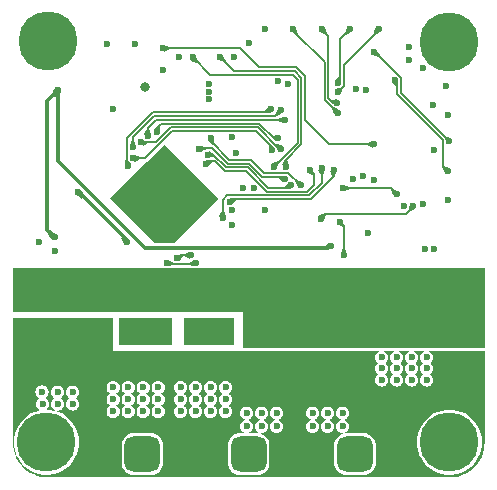
<source format=gbr>
%TF.GenerationSoftware,KiCad,Pcbnew,7.0.6*%
%TF.CreationDate,2023-10-03T21:22:34+08:00*%
%TF.ProjectId,CawDrive,43617744-7269-4766-952e-6b696361645f,rev?*%
%TF.SameCoordinates,Original*%
%TF.FileFunction,Copper,L4,Bot*%
%TF.FilePolarity,Positive*%
%FSLAX46Y46*%
G04 Gerber Fmt 4.6, Leading zero omitted, Abs format (unit mm)*
G04 Created by KiCad (PCBNEW 7.0.6) date 2023-10-03 21:22:34*
%MOMM*%
%LPD*%
G01*
G04 APERTURE LIST*
G04 Aperture macros list*
%AMRoundRect*
0 Rectangle with rounded corners*
0 $1 Rounding radius*
0 $2 $3 $4 $5 $6 $7 $8 $9 X,Y pos of 4 corners*
0 Add a 4 corners polygon primitive as box body*
4,1,4,$2,$3,$4,$5,$6,$7,$8,$9,$2,$3,0*
0 Add four circle primitives for the rounded corners*
1,1,$1+$1,$2,$3*
1,1,$1+$1,$4,$5*
1,1,$1+$1,$6,$7*
1,1,$1+$1,$8,$9*
0 Add four rect primitives between the rounded corners*
20,1,$1+$1,$2,$3,$4,$5,0*
20,1,$1+$1,$4,$5,$6,$7,0*
20,1,$1+$1,$6,$7,$8,$9,0*
20,1,$1+$1,$8,$9,$2,$3,0*%
G04 Aperture macros list end*
%TA.AperFunction,ComponentPad*%
%ADD10RoundRect,0.750000X-0.750000X-0.750000X0.750000X-0.750000X0.750000X0.750000X-0.750000X0.750000X0*%
%TD*%
%TA.AperFunction,ComponentPad*%
%ADD11C,0.800000*%
%TD*%
%TA.AperFunction,ComponentPad*%
%ADD12C,5.000000*%
%TD*%
%TA.AperFunction,ViaPad*%
%ADD13C,0.600000*%
%TD*%
%TA.AperFunction,ViaPad*%
%ADD14C,0.800000*%
%TD*%
%TA.AperFunction,Conductor*%
%ADD15C,0.304800*%
%TD*%
%TA.AperFunction,Conductor*%
%ADD16C,0.160020*%
%TD*%
G04 APERTURE END LIST*
D10*
%TO.P,H8,1,1*%
%TO.N,GND1*%
X158000000Y-96000000D03*
%TD*%
D11*
%TO.P,H2,1,1*%
%TO.N,unconnected-(H2-Pad1)*%
X155125000Y-73125000D03*
X155674175Y-71799175D03*
X155674175Y-74450825D03*
X157000000Y-71250000D03*
D12*
X157000000Y-73125000D03*
D11*
X157000000Y-75000000D03*
X158325825Y-71799175D03*
X158325825Y-74450825D03*
X158875000Y-73125000D03*
%TD*%
D10*
%TO.P,H6,1,1*%
%TO.N,/DRV8323RSRGZR/PHASB*%
X140000000Y-108000000D03*
%TD*%
D11*
%TO.P,H4,1,1*%
%TO.N,unconnected-(H4-Pad1)*%
X121000000Y-107000000D03*
X121549175Y-105674175D03*
X121549175Y-108325825D03*
X122875000Y-105125000D03*
D12*
X122875000Y-107000000D03*
D11*
X122875000Y-108875000D03*
X124200825Y-105674175D03*
X124200825Y-108325825D03*
X124750000Y-107000000D03*
%TD*%
D10*
%TO.P,H7,1,1*%
%TO.N,/DRV8323RSRGZR/PHASC*%
X149000000Y-108000000D03*
%TD*%
%TO.P,H9,1,1*%
%TO.N,+36V*%
X158000000Y-102000000D03*
%TD*%
D11*
%TO.P,H1,1,1*%
%TO.N,unconnected-(H1-Pad1)*%
X121125000Y-73000000D03*
X121674175Y-71674175D03*
X121674175Y-74325825D03*
X123000000Y-71125000D03*
D12*
X123000000Y-73000000D03*
D11*
X123000000Y-74875000D03*
X124325825Y-71674175D03*
X124325825Y-74325825D03*
X124875000Y-73000000D03*
%TD*%
%TO.P,H3,1,1*%
%TO.N,unconnected-(H3-Pad1)*%
X155125000Y-107000000D03*
X155674175Y-105674175D03*
X155674175Y-108325825D03*
X157000000Y-105125000D03*
D12*
X157000000Y-107000000D03*
D11*
X157000000Y-108875000D03*
X158325825Y-105674175D03*
X158325825Y-108325825D03*
X158875000Y-107000000D03*
%TD*%
D10*
%TO.P,H5,1,1*%
%TO.N,/DRV8323RSRGZR/PHASA*%
X131000000Y-108000000D03*
%TD*%
D13*
%TO.N,GND1*%
X125984000Y-93726000D03*
X148971000Y-94742000D03*
X148971000Y-93980000D03*
X146685000Y-94742000D03*
X146685000Y-93980000D03*
X143510000Y-94742000D03*
X143510000Y-93980000D03*
X141224000Y-94742000D03*
X141224000Y-93980000D03*
%TO.N,/DRV8323RSRGZR/PHASA*%
X125095000Y-103759000D03*
X123825000Y-103759000D03*
X122555000Y-103759000D03*
%TO.N,GND1*%
X138303000Y-94742000D03*
%TO.N,/DRV8323RSRGZR/SPA*%
X132588000Y-98044000D03*
X131826000Y-98044000D03*
X131826000Y-97155000D03*
X130302000Y-97155000D03*
%TO.N,GND1*%
X132461000Y-94742000D03*
X131699000Y-94742000D03*
X130810000Y-94742000D03*
X130048000Y-94742000D03*
%TO.N,+36V*%
X146685000Y-103251000D03*
X145415000Y-103251000D03*
X149225000Y-103251000D03*
X147955000Y-103251000D03*
X146685000Y-102235000D03*
X145415000Y-102235000D03*
X149225000Y-102235000D03*
X147955000Y-102235000D03*
X146685000Y-101219000D03*
X145415000Y-101219000D03*
X149225000Y-101219000D03*
X147955000Y-101219000D03*
X141097000Y-103251000D03*
X143637000Y-103251000D03*
X142367000Y-103251000D03*
X139827000Y-103251000D03*
X141097000Y-102235000D03*
X143637000Y-102235000D03*
X142367000Y-102235000D03*
X139827000Y-102235000D03*
X141097000Y-101219000D03*
X143637000Y-101219000D03*
X142367000Y-101219000D03*
X139827000Y-101219000D03*
%TO.N,/DRV8323RSRGZR/PHASB*%
X136779000Y-102362000D03*
X138049000Y-102362000D03*
X135509000Y-102362000D03*
X134239000Y-102362000D03*
X136779000Y-103378000D03*
X138049000Y-103378000D03*
X135509000Y-103378000D03*
X134239000Y-103378000D03*
%TO.N,/DRV8323RSRGZR/SPA*%
X129540000Y-97155000D03*
%TO.N,/DRV8323RSRGZR/PHASA*%
X131064000Y-102362000D03*
X128524000Y-102362000D03*
X132334000Y-102362000D03*
X129794000Y-102362000D03*
X131064000Y-103378000D03*
X128524000Y-103378000D03*
X132334000Y-103378000D03*
X129794000Y-103378000D03*
X129794000Y-104394000D03*
%TO.N,+36V*%
X126365000Y-101473000D03*
X123825000Y-101473000D03*
X125095000Y-101473000D03*
X122555000Y-101473000D03*
%TO.N,/DRV8323RSRGZR/PHASA*%
X125095000Y-102743000D03*
X123825000Y-102743000D03*
X122500000Y-102750000D03*
%TO.N,GND*%
X122263500Y-90080500D03*
%TO.N,GND1*%
X152527000Y-98425000D03*
X125095000Y-93726000D03*
X124206000Y-93726000D03*
X123317000Y-93726000D03*
X122428000Y-93726000D03*
X121539000Y-93726000D03*
X120650000Y-93726000D03*
X131699000Y-93980000D03*
X147447000Y-93980000D03*
X139700000Y-93980000D03*
%TO.N,GND*%
X132842000Y-83312000D03*
%TO.N,GND1*%
X148209000Y-94742000D03*
%TO.N,GND*%
X135890000Y-86360000D03*
%TO.N,GND1*%
X141986000Y-93980000D03*
%TO.N,GND*%
X129794000Y-86360000D03*
%TO.N,GND1*%
X139700000Y-94742000D03*
X142748000Y-94742000D03*
%TO.N,GND*%
X156874000Y-79274000D03*
%TO.N,GND1*%
X141986000Y-94742000D03*
%TO.N,GND*%
X138773500Y-74384500D03*
%TO.N,GND1*%
X145923000Y-94742000D03*
%TO.N,GND*%
X128510000Y-78760000D03*
X132715000Y-75491000D03*
X123571000Y-90805000D03*
X141351000Y-87376000D03*
%TO.N,GND1*%
X145161000Y-93980000D03*
X136652000Y-93980000D03*
X153797000Y-98425000D03*
%TO.N,GND*%
X133858000Y-86360000D03*
X130810000Y-87376000D03*
%TO.N,GND1*%
X155067000Y-97282000D03*
%TO.N,GND*%
X143360000Y-76660000D03*
X156845000Y-86487000D03*
D14*
X131191000Y-76962000D03*
D13*
X150114000Y-89281000D03*
%TO.N,GND1*%
X130048000Y-93980000D03*
%TO.N,GND*%
X153560000Y-74670000D03*
X132842000Y-85344000D03*
%TO.N,GND1*%
X137541000Y-94742000D03*
%TO.N,GND*%
X134874000Y-87376000D03*
%TO.N,GND1*%
X140462000Y-93980000D03*
X148209000Y-93980000D03*
X140462000Y-94742000D03*
%TO.N,GND*%
X133858000Y-84328000D03*
%TO.N,GND1*%
X132461000Y-93980000D03*
%TO.N,GND*%
X155702000Y-90678000D03*
X131826000Y-84328000D03*
X131826000Y-88392000D03*
X153110000Y-86990000D03*
%TO.N,GND1*%
X136652000Y-94742000D03*
%TO.N,GND*%
X138938000Y-82550000D03*
X130400000Y-73279000D03*
%TO.N,GND1*%
X133096000Y-91821000D03*
%TO.N,GND*%
X131826000Y-86360000D03*
X155702000Y-82296000D03*
X154775500Y-86868000D03*
%TO.N,GND1*%
X145161000Y-94742000D03*
X155067000Y-98425000D03*
X137541000Y-93980000D03*
X142748000Y-93980000D03*
X135532652Y-91844652D03*
X153670000Y-97282000D03*
X147447000Y-94742000D03*
%TO.N,GND*%
X133858000Y-88392000D03*
X130810000Y-85344000D03*
X155610000Y-78486000D03*
X148831905Y-84708095D03*
X141351000Y-72009000D03*
X149910000Y-77180000D03*
X132842000Y-89408000D03*
%TO.N,GND1*%
X130810000Y-93980000D03*
X135890000Y-94742000D03*
X145923000Y-93980000D03*
X135890000Y-93980000D03*
%TO.N,GND*%
X132842000Y-87376000D03*
X134874000Y-85344000D03*
%TO.N,+3.3V*%
X149700000Y-84430000D03*
X149109697Y-77121745D03*
X134112000Y-74422000D03*
X128016000Y-73279000D03*
X138581568Y-87368377D03*
X138557000Y-88646000D03*
X138595882Y-81191882D03*
X156730000Y-76870000D03*
X140000000Y-73198000D03*
X142479937Y-76426750D03*
X150620000Y-84760000D03*
X154940000Y-90678000D03*
X136667162Y-77339220D03*
X140462000Y-85471000D03*
X136652000Y-77978000D03*
X154750000Y-75340000D03*
X136652000Y-76708000D03*
X139480000Y-85450000D03*
X153560000Y-73570000D03*
%TO.N,+5V*%
X123825000Y-77216000D03*
X146939000Y-90356500D03*
X123571000Y-89662000D03*
%TO.N,/RESET*%
X132715000Y-73660000D03*
X150622000Y-81788000D03*
%TO.N,+36V*%
X147955000Y-100203000D03*
X139827000Y-100203000D03*
X149225000Y-100203000D03*
X123825000Y-98425000D03*
X122555000Y-99441000D03*
X125095000Y-98425000D03*
X122555000Y-100457000D03*
X143637000Y-100203000D03*
X142367000Y-100203000D03*
X145415000Y-100203000D03*
X129667000Y-90043000D03*
X126365000Y-99441000D03*
X123825000Y-99441000D03*
X126365000Y-98425000D03*
X125576500Y-85852000D03*
X125095000Y-100457000D03*
X126365000Y-100457000D03*
X146685000Y-100203000D03*
X122555000Y-98425000D03*
X125095000Y-99441000D03*
X123825000Y-100457000D03*
X141097000Y-100203000D03*
%TO.N,/DRV8323RSRGZR/PHASA*%
X131064000Y-104394000D03*
X128524000Y-104394000D03*
X132334000Y-104394000D03*
%TO.N,/DRV8323RSRGZR/PHASB*%
X142367000Y-104521000D03*
X141097000Y-105664000D03*
X138049000Y-104394000D03*
X135509000Y-104394000D03*
X139827000Y-105664000D03*
X134239000Y-104394000D03*
X139827000Y-104521000D03*
X136779000Y-104394000D03*
X142367000Y-105664000D03*
X141097000Y-104521000D03*
%TO.N,/DRV8323RSRGZR/PHASC*%
X146685000Y-105664000D03*
X151257000Y-100750000D03*
X151257000Y-99822000D03*
X145415000Y-104521000D03*
X146685000Y-104521000D03*
X153797000Y-99822000D03*
X151257000Y-101727000D03*
X147955000Y-105664000D03*
X147955000Y-104521000D03*
X155067000Y-99822000D03*
X153797000Y-101727000D03*
X145415000Y-105664000D03*
X152527000Y-101727000D03*
X155067000Y-101727000D03*
X152527000Y-100750000D03*
X155067000Y-100750000D03*
X153797000Y-100750000D03*
X152527000Y-99822000D03*
%TO.N,/SPI1_NSS*%
X147540000Y-79110000D03*
X143764000Y-72009000D03*
%TO.N,/SPI1_MISO*%
X147531910Y-76580000D03*
X148590000Y-72009000D03*
%TO.N,/SPI1_MOSI*%
X147535640Y-77331893D03*
X151003000Y-72009000D03*
%TO.N,/SWDIO*%
X135250000Y-74422000D03*
X142114768Y-83659440D03*
%TO.N,/SWCLK*%
X137578500Y-74366590D03*
X143129000Y-83659440D03*
%TO.N,/DRV8323RSRGZR/SPA*%
X132588000Y-97155000D03*
X131064000Y-98044000D03*
X130302000Y-98044000D03*
X129540000Y-98044000D03*
%TO.N,/DRV8323RSRGZR/SPB*%
X135382000Y-97917000D03*
X136906000Y-97917000D03*
X135128000Y-91186000D03*
X137795000Y-97155000D03*
X133968090Y-91416090D03*
X137795000Y-97917000D03*
X136906000Y-97155000D03*
X135382000Y-97155000D03*
X136144000Y-97155000D03*
X136144000Y-97917000D03*
%TO.N,Net-(U1-BOOT0)*%
X152527000Y-85979000D03*
X147955000Y-85471000D03*
%TO.N,/SPI1_SCK*%
X147510000Y-78260000D03*
X146177000Y-72009000D03*
%TO.N,/SPI3_MISO*%
X144420000Y-85255670D03*
X136780000Y-81250000D03*
%TO.N,/TIM1_PWM_CH1N*%
X143050260Y-79707740D03*
X131440955Y-81056511D03*
%TO.N,/TIM1_PWM_CH2N*%
X142752706Y-78872391D03*
X130197292Y-82010000D03*
%TO.N,/TIM1_PWM_CH3N*%
X141859000Y-78781910D03*
X129788590Y-83581410D03*
%TO.N,/TIM1_PWM_CH1*%
X142494000Y-81280000D03*
X132224647Y-80714647D03*
%TO.N,/TIM1_PWM_CH2*%
X142723301Y-82148540D03*
X130915183Y-81621345D03*
%TO.N,/TIM1_PWM_CH3*%
X141986000Y-82296000D03*
X130211162Y-82959485D03*
%TO.N,/SPI3_NSS*%
X135812032Y-82192032D03*
X143031910Y-84723760D03*
%TO.N,/SPI3_SCK*%
X143570000Y-85255670D03*
X136518470Y-82641189D03*
%TO.N,/SPI3_MOSI*%
X145161000Y-83947000D03*
X136369895Y-83404937D03*
%TO.N,/USART2_TX*%
X152350000Y-76340000D03*
X156870000Y-84074000D03*
%TO.N,/USART2_RX*%
X156972000Y-81534000D03*
X150610000Y-73950000D03*
%TO.N,/ADC1_IN8*%
X138430000Y-86631910D03*
X147193000Y-83947000D03*
%TO.N,/ADC1_IN9*%
X146168292Y-83804782D03*
X137795000Y-88011000D03*
%TO.N,/CAN_RX*%
X147701000Y-88325540D03*
X148082000Y-91186000D03*
%TO.N,/CAN_STB*%
X153940000Y-87010000D03*
X146079510Y-88060000D03*
%TD*%
D15*
%TO.N,+5V*%
X131191000Y-90551000D02*
X123825000Y-83185000D01*
X146744500Y-90551000D02*
X131191000Y-90551000D01*
X123825000Y-83185000D02*
X123825000Y-77216000D01*
X146939000Y-90356500D02*
X146744500Y-90551000D01*
D16*
%TO.N,/SWCLK*%
X138794330Y-75582420D02*
X137578500Y-74366590D01*
X144457420Y-76161615D02*
X143878224Y-75582420D01*
X143878224Y-75582420D02*
X138794330Y-75582420D01*
X143129000Y-83087036D02*
X144457420Y-81758616D01*
X144457420Y-81758616D02*
X144457420Y-76161615D01*
X143129000Y-83659440D02*
X143129000Y-83087036D01*
%TO.N,/TIM1_PWM_CH1*%
X132577840Y-80020160D02*
X132224647Y-80373353D01*
X140904930Y-80020160D02*
X132577840Y-80020160D01*
X142164770Y-81280000D02*
X140904930Y-80020160D01*
X142494000Y-81280000D02*
X142164770Y-81280000D01*
X132224647Y-80373353D02*
X132224647Y-80714647D01*
%TO.N,/TIM1_PWM_CH1N*%
X131440955Y-80389701D02*
X131440955Y-81056511D01*
X132122916Y-79707740D02*
X131440955Y-80389701D01*
X143050260Y-79707740D02*
X132122916Y-79707740D01*
%TO.N,/SPI1_SCK*%
X146743420Y-72575420D02*
X146177000Y-72009000D01*
X146743420Y-77848592D02*
X146743420Y-72575420D01*
X147510000Y-78260000D02*
X147154828Y-78260000D01*
X147154828Y-78260000D02*
X146743420Y-77848592D01*
%TO.N,/SPI1_NSS*%
X143764000Y-72154000D02*
X143764000Y-72009000D01*
X146431000Y-78001000D02*
X146431000Y-74821000D01*
X146431000Y-74821000D02*
X143764000Y-72154000D01*
X147540000Y-79110000D02*
X146431000Y-78001000D01*
%TO.N,/ADC1_IN8*%
X145247580Y-86412420D02*
X138649490Y-86412420D01*
X138649490Y-86412420D02*
X138430000Y-86631910D01*
X147193000Y-83947000D02*
X147193000Y-84467000D01*
X147193000Y-84467000D02*
X145247580Y-86412420D01*
%TO.N,/SPI3_MOSI*%
X136589832Y-83185000D02*
X136369895Y-83404937D01*
X141531522Y-85787580D02*
X139793942Y-84050000D01*
X137979137Y-84050000D02*
X137114137Y-83185000D01*
X144952420Y-85787580D02*
X141531522Y-85787580D01*
X145542000Y-85198000D02*
X144952420Y-85787580D01*
X137114137Y-83185000D02*
X136589832Y-83185000D01*
X145542000Y-84328000D02*
X145542000Y-85198000D01*
X145161000Y-83947000D02*
X145542000Y-84328000D01*
X139793942Y-84050000D02*
X137979137Y-84050000D01*
%TO.N,/SPI1_MISO*%
X147751900Y-72847100D02*
X147751900Y-76360010D01*
X147751900Y-76360010D02*
X147531910Y-76580000D01*
X148590000Y-72009000D02*
X147751900Y-72847100D01*
%TO.N,/SPI1_MOSI*%
X151003000Y-72009000D02*
X151003000Y-72097000D01*
X151003000Y-72097000D02*
X148064320Y-75035680D01*
X148064320Y-76803213D02*
X147535640Y-77331893D01*
X148064320Y-75035680D02*
X148064320Y-76803213D01*
%TO.N,/RESET*%
X144007632Y-75270000D02*
X140834820Y-75270000D01*
X140834820Y-75270000D02*
X139224820Y-73660000D01*
X144769840Y-76032208D02*
X144007632Y-75270000D01*
X146812000Y-81788000D02*
X144769840Y-79745840D01*
X144769840Y-79745840D02*
X144769840Y-76032208D01*
X139224820Y-73660000D02*
X132715000Y-73660000D01*
X150622000Y-81788000D02*
X146812000Y-81788000D01*
%TO.N,/SWDIO*%
X136722840Y-75894840D02*
X135250000Y-74422000D01*
X144145000Y-76291024D02*
X143748816Y-75894840D01*
X144145000Y-81629208D02*
X144145000Y-76291024D01*
X142114768Y-83659440D02*
X144145000Y-81629208D01*
X143748816Y-75894840D02*
X136722840Y-75894840D01*
%TO.N,/USART2_TX*%
X152527000Y-76517000D02*
X152350000Y-76340000D01*
X152527000Y-77530828D02*
X152527000Y-76517000D01*
X156439590Y-81443418D02*
X152527000Y-77530828D01*
X156439590Y-83643590D02*
X156439590Y-81443418D01*
X156870000Y-84074000D02*
X156439590Y-83643590D01*
%TO.N,/USART2_RX*%
X152882410Y-76119468D02*
X150712942Y-73950000D01*
X152882410Y-77444410D02*
X152882410Y-76119468D01*
X156972000Y-81534000D02*
X152882410Y-77444410D01*
X150712942Y-73950000D02*
X150610000Y-73950000D01*
%TO.N,/ADC1_IN9*%
X146168292Y-85049880D02*
X146168292Y-83804782D01*
X145118172Y-86100000D02*
X146168292Y-85049880D01*
X138182000Y-86100000D02*
X145118172Y-86100000D01*
X137795000Y-88011000D02*
X137795000Y-86487000D01*
X137795000Y-86487000D02*
X138182000Y-86100000D01*
D15*
%TO.N,+5V*%
X122936000Y-89027000D02*
X122936000Y-78105000D01*
X123571000Y-89662000D02*
X122936000Y-89027000D01*
X122936000Y-78105000D02*
X123825000Y-77216000D01*
D16*
%TO.N,GND1*%
X133223000Y-91948000D02*
X135429304Y-91948000D01*
X135429304Y-91948000D02*
X135532652Y-91844652D01*
X133096000Y-91821000D02*
X133223000Y-91948000D01*
D15*
%TO.N,+36V*%
X125576500Y-85852000D02*
X125603000Y-85852000D01*
X129667000Y-89916000D02*
X129667000Y-90043000D01*
X125603000Y-85852000D02*
X129667000Y-89916000D01*
D16*
%TO.N,/DRV8323RSRGZR/SPB*%
X134198180Y-91186000D02*
X135128000Y-91186000D01*
X133968090Y-91416090D02*
X134198180Y-91186000D01*
%TO.N,Net-(U1-BOOT0)*%
X147955000Y-85471000D02*
X152019000Y-85471000D01*
X152019000Y-85471000D02*
X152527000Y-85979000D01*
%TO.N,/SPI3_MISO*%
X138362201Y-83107580D02*
X140177006Y-83107580D01*
X141260776Y-84191350D02*
X143355680Y-84191350D01*
X140177006Y-83107580D02*
X141260776Y-84191350D01*
X136780000Y-81525379D02*
X138362201Y-83107580D01*
X136780000Y-81250000D02*
X136780000Y-81525379D01*
X143355680Y-84191350D02*
X144420000Y-85255670D01*
%TO.N,/TIM1_PWM_CH2N*%
X142742609Y-78872391D02*
X142240000Y-79375000D01*
X142752706Y-78872391D02*
X142742609Y-78872391D01*
X142240000Y-79375000D02*
X132013828Y-79375000D01*
X130197292Y-81191536D02*
X130197292Y-82010000D01*
X132013828Y-79375000D02*
X130197292Y-81191536D01*
%TO.N,/TIM1_PWM_CH3N*%
X141859000Y-78781910D02*
X141578330Y-79062580D01*
X129664882Y-81282118D02*
X129664882Y-83457702D01*
X131884420Y-79062580D02*
X129664882Y-81282118D01*
X129664882Y-83457702D02*
X129788590Y-83581410D01*
X141578330Y-79062580D02*
X131884420Y-79062580D01*
%TO.N,/TIM1_PWM_CH2*%
X132124155Y-81621345D02*
X130915183Y-81621345D01*
X142591482Y-82148540D02*
X140775522Y-80332580D01*
X133412919Y-80332580D02*
X132124155Y-81621345D01*
X142723301Y-82148540D02*
X142591482Y-82148540D01*
X140775522Y-80332580D02*
X133412919Y-80332580D01*
%TO.N,/TIM1_PWM_CH3*%
X133542328Y-80645000D02*
X131227843Y-82959485D01*
X131227843Y-82959485D02*
X130211162Y-82959485D01*
X141986000Y-82296000D02*
X141986000Y-81984886D01*
X141986000Y-81984886D02*
X140646114Y-80645000D01*
X140646114Y-80645000D02*
X133542328Y-80645000D01*
%TO.N,/SPI3_NSS*%
X140047598Y-83420000D02*
X141131368Y-84503770D01*
X141131368Y-84503770D02*
X142811920Y-84503770D01*
X138232793Y-83420000D02*
X140047598Y-83420000D01*
X142811920Y-84503770D02*
X143031910Y-84723760D01*
X136922072Y-82109279D02*
X138232793Y-83420000D01*
X135812032Y-82192032D02*
X135894785Y-82109279D01*
X135894785Y-82109279D02*
X136922072Y-82109279D01*
%TO.N,/SPI3_SCK*%
X138103385Y-83732420D02*
X139918190Y-83732420D01*
X141660930Y-85475160D02*
X143350510Y-85475160D01*
X139918190Y-83732420D02*
X141660930Y-85475160D01*
X137012154Y-82641189D02*
X138103385Y-83732420D01*
X136518470Y-82641189D02*
X137012154Y-82641189D01*
X143350510Y-85475160D02*
X143570000Y-85255670D01*
%TO.N,/CAN_RX*%
X147701000Y-88325540D02*
X148082000Y-88706540D01*
X148082000Y-88706540D02*
X148082000Y-91186000D01*
%TO.N,/CAN_STB*%
X153940000Y-87010000D02*
X153310000Y-87640000D01*
X146499510Y-87640000D02*
X146079510Y-88060000D01*
X153310000Y-87640000D02*
X146499510Y-87640000D01*
%TD*%
%TA.AperFunction,Conductor*%
%TO.N,/DRV8323RSRGZR/SPA*%
G36*
X133488577Y-96511423D02*
G01*
X133500000Y-96539000D01*
X133500000Y-98711000D01*
X133488577Y-98738577D01*
X133461000Y-98750000D01*
X129039000Y-98750000D01*
X129011423Y-98738577D01*
X129000000Y-98711000D01*
X129000000Y-96539000D01*
X129011423Y-96511423D01*
X129039000Y-96500000D01*
X133461000Y-96500000D01*
X133488577Y-96511423D01*
G37*
%TD.AperFunction*%
%TD*%
%TA.AperFunction,Conductor*%
%TO.N,GND*%
G36*
X132884774Y-81830774D02*
G01*
X137386423Y-86332423D01*
X137397846Y-86360000D01*
X137386423Y-86387577D01*
X133641323Y-90132677D01*
X133613746Y-90144100D01*
X132070254Y-90144100D01*
X132042677Y-90132677D01*
X128297576Y-86387576D01*
X128286153Y-86359999D01*
X128297574Y-86332425D01*
X131352090Y-83277909D01*
X131369573Y-83267817D01*
X131371393Y-83267330D01*
X131407052Y-83242360D01*
X131408464Y-83241460D01*
X131446179Y-83219687D01*
X131474167Y-83186330D01*
X131475296Y-83185098D01*
X132829622Y-81830772D01*
X132857197Y-81819351D01*
X132884774Y-81830774D01*
G37*
%TD.AperFunction*%
%TD*%
%TA.AperFunction,Conductor*%
%TO.N,GND1*%
G36*
X159962677Y-92261423D02*
G01*
X159974100Y-92289000D01*
X159974100Y-98951500D01*
X159962677Y-98979077D01*
X159935100Y-98990500D01*
X155331111Y-98990500D01*
X155280495Y-98995486D01*
X155280483Y-98995487D01*
X155265551Y-98998457D01*
X155264628Y-98998689D01*
X155264588Y-98998529D01*
X155254684Y-99000000D01*
X154854488Y-99000000D01*
X154846881Y-98999251D01*
X154802886Y-98990500D01*
X154061115Y-98990500D01*
X154061111Y-98990500D01*
X154010495Y-98995486D01*
X154010483Y-98995487D01*
X153995551Y-98998457D01*
X153994628Y-98998689D01*
X153994588Y-98998529D01*
X153984684Y-99000000D01*
X153584488Y-99000000D01*
X153576881Y-98999251D01*
X153532886Y-98990500D01*
X152791115Y-98990500D01*
X152791111Y-98990500D01*
X152740495Y-98995486D01*
X152740483Y-98995487D01*
X152725551Y-98998457D01*
X152724628Y-98998689D01*
X152724588Y-98998529D01*
X152714684Y-99000000D01*
X152314488Y-99000000D01*
X152306881Y-98999251D01*
X152262886Y-98990500D01*
X151521115Y-98990500D01*
X151521111Y-98990500D01*
X151470495Y-98995486D01*
X151470483Y-98995487D01*
X151455551Y-98998457D01*
X151454628Y-98998689D01*
X151454588Y-98998529D01*
X151444684Y-99000000D01*
X151044488Y-99000000D01*
X151036881Y-98999251D01*
X150992886Y-98990500D01*
X150992882Y-98990500D01*
X139539000Y-98990500D01*
X139511423Y-98979077D01*
X139500000Y-98951500D01*
X139500000Y-96000000D01*
X120064900Y-96000000D01*
X120037323Y-95988577D01*
X120025900Y-95961000D01*
X120025900Y-92289000D01*
X120037323Y-92261423D01*
X120064900Y-92250000D01*
X159935100Y-92250000D01*
X159962677Y-92261423D01*
G37*
%TD.AperFunction*%
%TD*%
%TA.AperFunction,Conductor*%
%TO.N,/DRV8323RSRGZR/SPB*%
G36*
X138738577Y-96511423D02*
G01*
X138750000Y-96539000D01*
X138750000Y-98711000D01*
X138738577Y-98738577D01*
X138711000Y-98750000D01*
X134539000Y-98750000D01*
X134511423Y-98738577D01*
X134500000Y-98711000D01*
X134500000Y-96539000D01*
X134511423Y-96511423D01*
X134539000Y-96500000D01*
X138711000Y-96500000D01*
X138738577Y-96511423D01*
G37*
%TD.AperFunction*%
%TD*%
%TA.AperFunction,Conductor*%
%TO.N,+36V*%
G36*
X128488577Y-96511423D02*
G01*
X128500000Y-96539000D01*
X128500000Y-99250000D01*
X150992886Y-99250000D01*
X151020463Y-99261423D01*
X151031886Y-99289000D01*
X151020463Y-99316577D01*
X151007811Y-99325031D01*
X150977359Y-99337644D01*
X150977357Y-99337645D01*
X150861525Y-99426525D01*
X150772645Y-99542357D01*
X150772644Y-99542359D01*
X150716770Y-99677249D01*
X150697715Y-99821996D01*
X150697715Y-99822003D01*
X150716771Y-99966753D01*
X150772644Y-100101641D01*
X150772645Y-100101643D01*
X150861525Y-100217474D01*
X150910507Y-100255059D01*
X150925431Y-100280910D01*
X150917706Y-100309742D01*
X150910507Y-100316941D01*
X150861525Y-100354525D01*
X150772645Y-100470357D01*
X150772644Y-100470359D01*
X150716770Y-100605249D01*
X150697715Y-100749996D01*
X150697715Y-100750003D01*
X150716771Y-100894753D01*
X150772644Y-101029641D01*
X150772645Y-101029643D01*
X150861525Y-101145474D01*
X150942436Y-101207559D01*
X150957360Y-101233410D01*
X150949635Y-101262242D01*
X150942436Y-101269441D01*
X150861525Y-101331525D01*
X150772645Y-101447357D01*
X150772644Y-101447359D01*
X150716770Y-101582249D01*
X150697715Y-101726996D01*
X150697715Y-101727003D01*
X150716771Y-101871753D01*
X150772644Y-102006641D01*
X150772645Y-102006643D01*
X150861525Y-102122474D01*
X150941336Y-102183715D01*
X150977357Y-102211355D01*
X151091525Y-102258645D01*
X151112246Y-102267228D01*
X151256997Y-102286285D01*
X151257000Y-102286285D01*
X151257003Y-102286285D01*
X151365565Y-102271992D01*
X151401754Y-102267228D01*
X151536643Y-102211355D01*
X151652474Y-102122474D01*
X151741355Y-102006643D01*
X151797228Y-101871754D01*
X151816285Y-101727000D01*
X151816285Y-101726996D01*
X151797229Y-101582249D01*
X151741355Y-101447359D01*
X151741354Y-101447357D01*
X151652474Y-101331525D01*
X151605328Y-101295349D01*
X151571562Y-101269439D01*
X151556639Y-101243591D01*
X151564364Y-101214758D01*
X151571559Y-101207562D01*
X151652474Y-101145474D01*
X151741355Y-101029643D01*
X151797228Y-100894754D01*
X151816285Y-100750000D01*
X151816285Y-100749996D01*
X151797229Y-100605249D01*
X151741355Y-100470359D01*
X151741354Y-100470357D01*
X151652474Y-100354525D01*
X151618724Y-100328629D01*
X151603490Y-100316939D01*
X151588567Y-100291090D01*
X151596292Y-100262257D01*
X151603491Y-100255059D01*
X151652474Y-100217474D01*
X151741355Y-100101643D01*
X151797228Y-99966754D01*
X151816285Y-99822000D01*
X151816285Y-99821996D01*
X151797229Y-99677249D01*
X151741355Y-99542359D01*
X151741354Y-99542357D01*
X151652474Y-99426525D01*
X151536643Y-99337645D01*
X151536641Y-99337644D01*
X151506190Y-99325031D01*
X151485084Y-99303925D01*
X151485084Y-99274075D01*
X151506190Y-99252969D01*
X151521115Y-99250000D01*
X152262886Y-99250000D01*
X152290463Y-99261423D01*
X152301886Y-99289000D01*
X152290463Y-99316577D01*
X152277811Y-99325031D01*
X152247359Y-99337644D01*
X152247357Y-99337645D01*
X152131525Y-99426525D01*
X152042645Y-99542357D01*
X152042644Y-99542359D01*
X151986770Y-99677249D01*
X151967715Y-99821996D01*
X151967715Y-99822003D01*
X151986771Y-99966753D01*
X152042644Y-100101641D01*
X152042645Y-100101643D01*
X152131525Y-100217474D01*
X152180507Y-100255059D01*
X152195431Y-100280910D01*
X152187706Y-100309742D01*
X152180507Y-100316941D01*
X152131525Y-100354525D01*
X152042645Y-100470357D01*
X152042644Y-100470359D01*
X151986770Y-100605249D01*
X151967715Y-100749996D01*
X151967715Y-100750003D01*
X151986771Y-100894753D01*
X152042644Y-101029641D01*
X152042645Y-101029643D01*
X152131525Y-101145474D01*
X152212436Y-101207559D01*
X152227360Y-101233410D01*
X152219635Y-101262242D01*
X152212436Y-101269441D01*
X152131525Y-101331525D01*
X152042645Y-101447357D01*
X152042644Y-101447359D01*
X151986770Y-101582249D01*
X151967715Y-101726996D01*
X151967715Y-101727003D01*
X151986771Y-101871753D01*
X152042644Y-102006641D01*
X152042645Y-102006643D01*
X152131525Y-102122474D01*
X152211336Y-102183715D01*
X152247357Y-102211355D01*
X152361525Y-102258645D01*
X152382246Y-102267228D01*
X152526997Y-102286285D01*
X152527000Y-102286285D01*
X152527003Y-102286285D01*
X152635565Y-102271992D01*
X152671754Y-102267228D01*
X152806643Y-102211355D01*
X152922474Y-102122474D01*
X153011355Y-102006643D01*
X153067228Y-101871754D01*
X153086285Y-101727000D01*
X153086285Y-101726996D01*
X153067229Y-101582249D01*
X153011355Y-101447359D01*
X153011354Y-101447357D01*
X152922474Y-101331525D01*
X152875328Y-101295349D01*
X152841562Y-101269439D01*
X152826639Y-101243591D01*
X152834364Y-101214758D01*
X152841559Y-101207562D01*
X152922474Y-101145474D01*
X153011355Y-101029643D01*
X153067228Y-100894754D01*
X153086285Y-100750000D01*
X153086285Y-100749996D01*
X153067229Y-100605249D01*
X153011355Y-100470359D01*
X153011354Y-100470357D01*
X152922474Y-100354525D01*
X152888724Y-100328629D01*
X152873490Y-100316939D01*
X152858567Y-100291090D01*
X152866292Y-100262257D01*
X152873491Y-100255059D01*
X152922474Y-100217474D01*
X153011355Y-100101643D01*
X153067228Y-99966754D01*
X153086285Y-99822000D01*
X153086285Y-99821996D01*
X153067229Y-99677249D01*
X153011355Y-99542359D01*
X153011354Y-99542357D01*
X152922474Y-99426525D01*
X152806643Y-99337645D01*
X152806641Y-99337644D01*
X152776190Y-99325031D01*
X152755084Y-99303925D01*
X152755084Y-99274075D01*
X152776190Y-99252969D01*
X152791115Y-99250000D01*
X153532886Y-99250000D01*
X153560463Y-99261423D01*
X153571886Y-99289000D01*
X153560463Y-99316577D01*
X153547811Y-99325031D01*
X153517359Y-99337644D01*
X153517357Y-99337645D01*
X153401525Y-99426525D01*
X153312645Y-99542357D01*
X153312644Y-99542359D01*
X153256770Y-99677249D01*
X153237715Y-99821996D01*
X153237715Y-99822003D01*
X153256771Y-99966753D01*
X153312644Y-100101641D01*
X153312645Y-100101643D01*
X153401525Y-100217474D01*
X153450507Y-100255059D01*
X153465431Y-100280910D01*
X153457706Y-100309742D01*
X153450507Y-100316941D01*
X153401525Y-100354525D01*
X153312645Y-100470357D01*
X153312644Y-100470359D01*
X153256770Y-100605249D01*
X153237715Y-100749996D01*
X153237715Y-100750003D01*
X153256771Y-100894753D01*
X153312644Y-101029641D01*
X153312645Y-101029643D01*
X153401525Y-101145474D01*
X153482436Y-101207559D01*
X153497360Y-101233410D01*
X153489635Y-101262242D01*
X153482436Y-101269441D01*
X153401525Y-101331525D01*
X153312645Y-101447357D01*
X153312644Y-101447359D01*
X153256770Y-101582249D01*
X153237715Y-101726996D01*
X153237715Y-101727003D01*
X153256771Y-101871753D01*
X153312644Y-102006641D01*
X153312645Y-102006643D01*
X153401525Y-102122474D01*
X153481336Y-102183715D01*
X153517357Y-102211355D01*
X153631525Y-102258645D01*
X153652246Y-102267228D01*
X153796997Y-102286285D01*
X153797000Y-102286285D01*
X153797003Y-102286285D01*
X153905565Y-102271992D01*
X153941754Y-102267228D01*
X154076643Y-102211355D01*
X154192474Y-102122474D01*
X154281355Y-102006643D01*
X154337228Y-101871754D01*
X154356285Y-101727000D01*
X154356285Y-101726996D01*
X154337229Y-101582249D01*
X154281355Y-101447359D01*
X154281354Y-101447357D01*
X154192474Y-101331525D01*
X154145328Y-101295349D01*
X154111562Y-101269439D01*
X154096639Y-101243591D01*
X154104364Y-101214758D01*
X154111559Y-101207562D01*
X154192474Y-101145474D01*
X154281355Y-101029643D01*
X154337228Y-100894754D01*
X154356285Y-100750000D01*
X154356285Y-100749996D01*
X154337229Y-100605249D01*
X154281355Y-100470359D01*
X154281354Y-100470357D01*
X154192474Y-100354525D01*
X154158724Y-100328629D01*
X154143490Y-100316939D01*
X154128567Y-100291090D01*
X154136292Y-100262257D01*
X154143491Y-100255059D01*
X154192474Y-100217474D01*
X154281355Y-100101643D01*
X154337228Y-99966754D01*
X154356285Y-99822000D01*
X154356285Y-99821996D01*
X154337229Y-99677249D01*
X154281355Y-99542359D01*
X154281354Y-99542357D01*
X154192474Y-99426525D01*
X154076643Y-99337645D01*
X154076641Y-99337644D01*
X154046190Y-99325031D01*
X154025084Y-99303925D01*
X154025084Y-99274075D01*
X154046190Y-99252969D01*
X154061115Y-99250000D01*
X154802886Y-99250000D01*
X154830463Y-99261423D01*
X154841886Y-99289000D01*
X154830463Y-99316577D01*
X154817811Y-99325031D01*
X154787359Y-99337644D01*
X154787357Y-99337645D01*
X154671525Y-99426525D01*
X154582645Y-99542357D01*
X154582644Y-99542359D01*
X154526770Y-99677249D01*
X154507715Y-99821996D01*
X154507715Y-99822003D01*
X154526771Y-99966753D01*
X154582644Y-100101641D01*
X154582645Y-100101643D01*
X154671525Y-100217474D01*
X154720507Y-100255059D01*
X154735431Y-100280910D01*
X154727706Y-100309742D01*
X154720507Y-100316941D01*
X154671525Y-100354525D01*
X154582645Y-100470357D01*
X154582644Y-100470359D01*
X154526770Y-100605249D01*
X154507715Y-100749996D01*
X154507715Y-100750003D01*
X154526771Y-100894753D01*
X154582644Y-101029641D01*
X154582645Y-101029643D01*
X154671525Y-101145474D01*
X154752436Y-101207559D01*
X154767360Y-101233410D01*
X154759635Y-101262242D01*
X154752436Y-101269441D01*
X154671525Y-101331525D01*
X154582645Y-101447357D01*
X154582644Y-101447359D01*
X154526770Y-101582249D01*
X154507715Y-101726996D01*
X154507715Y-101727003D01*
X154526771Y-101871753D01*
X154582644Y-102006641D01*
X154582645Y-102006643D01*
X154671525Y-102122474D01*
X154751336Y-102183715D01*
X154787357Y-102211355D01*
X154901525Y-102258645D01*
X154922246Y-102267228D01*
X155066997Y-102286285D01*
X155067000Y-102286285D01*
X155067003Y-102286285D01*
X155175565Y-102271992D01*
X155211754Y-102267228D01*
X155346643Y-102211355D01*
X155462474Y-102122474D01*
X155551355Y-102006643D01*
X155607228Y-101871754D01*
X155626285Y-101727000D01*
X155626285Y-101726996D01*
X155607229Y-101582249D01*
X155551355Y-101447359D01*
X155551354Y-101447357D01*
X155462474Y-101331525D01*
X155415328Y-101295349D01*
X155381562Y-101269439D01*
X155366639Y-101243591D01*
X155374364Y-101214758D01*
X155381559Y-101207562D01*
X155462474Y-101145474D01*
X155551355Y-101029643D01*
X155607228Y-100894754D01*
X155626285Y-100750000D01*
X155626285Y-100749996D01*
X155607229Y-100605249D01*
X155551355Y-100470359D01*
X155551354Y-100470357D01*
X155462474Y-100354525D01*
X155428724Y-100328629D01*
X155413490Y-100316939D01*
X155398567Y-100291090D01*
X155406292Y-100262257D01*
X155413491Y-100255059D01*
X155462474Y-100217474D01*
X155551355Y-100101643D01*
X155607228Y-99966754D01*
X155626285Y-99822000D01*
X155626285Y-99821996D01*
X155607229Y-99677249D01*
X155551355Y-99542359D01*
X155551354Y-99542357D01*
X155462474Y-99426525D01*
X155346643Y-99337645D01*
X155346641Y-99337644D01*
X155316190Y-99325031D01*
X155295084Y-99303925D01*
X155295084Y-99274075D01*
X155316190Y-99252969D01*
X155331115Y-99250000D01*
X159935100Y-99250000D01*
X159962677Y-99261423D01*
X159974100Y-99289000D01*
X159974100Y-106999481D01*
X159974073Y-107000501D01*
X159957860Y-107309859D01*
X159957647Y-107311890D01*
X159909268Y-107617342D01*
X159908843Y-107619340D01*
X159828802Y-107918056D01*
X159828171Y-107919999D01*
X159717341Y-108208722D01*
X159716510Y-108210588D01*
X159576110Y-108486139D01*
X159575088Y-108487907D01*
X159406654Y-108747273D01*
X159405453Y-108748926D01*
X159210829Y-108989267D01*
X159209462Y-108990785D01*
X158990785Y-109209462D01*
X158989267Y-109210829D01*
X158748926Y-109405453D01*
X158747273Y-109406654D01*
X158487907Y-109575088D01*
X158486139Y-109576110D01*
X158210588Y-109716510D01*
X158208722Y-109717341D01*
X157919999Y-109828171D01*
X157918056Y-109828802D01*
X157619340Y-109908843D01*
X157617342Y-109909268D01*
X157311890Y-109957647D01*
X157309859Y-109957860D01*
X157000501Y-109974073D01*
X156999481Y-109974100D01*
X123000519Y-109974100D01*
X122999499Y-109974073D01*
X122690140Y-109957860D01*
X122688109Y-109957647D01*
X122382657Y-109909268D01*
X122380659Y-109908843D01*
X122081943Y-109828802D01*
X122080000Y-109828171D01*
X121791277Y-109717341D01*
X121789411Y-109716510D01*
X121521907Y-109580210D01*
X121513855Y-109576107D01*
X121512092Y-109575088D01*
X121252726Y-109406654D01*
X121251073Y-109405453D01*
X121010732Y-109210829D01*
X121009214Y-109209462D01*
X120790537Y-108990785D01*
X120789170Y-108989267D01*
X120594546Y-108748926D01*
X120593345Y-108747273D01*
X120424911Y-108487907D01*
X120423895Y-108486150D01*
X120283487Y-108210584D01*
X120282658Y-108208722D01*
X120171825Y-107919991D01*
X120171197Y-107918056D01*
X120091156Y-107619340D01*
X120090731Y-107617342D01*
X120045636Y-107332626D01*
X120042351Y-107311884D01*
X120042139Y-107309859D01*
X120025927Y-107000501D01*
X120025914Y-106999999D01*
X120115465Y-106999999D01*
X120135584Y-107332626D01*
X120135585Y-107332630D01*
X120195651Y-107660400D01*
X120294787Y-107978538D01*
X120294789Y-107978545D01*
X120398384Y-108208722D01*
X120431553Y-108282420D01*
X120603947Y-108567595D01*
X120809458Y-108829910D01*
X121045090Y-109065542D01*
X121307405Y-109271053D01*
X121592580Y-109443447D01*
X121744517Y-109511828D01*
X121896454Y-109580210D01*
X121896461Y-109580212D01*
X122214599Y-109679348D01*
X122542369Y-109739414D01*
X122542373Y-109739415D01*
X122578270Y-109741586D01*
X122875000Y-109759535D01*
X123188653Y-109740562D01*
X123207626Y-109739415D01*
X123207630Y-109739414D01*
X123330071Y-109716976D01*
X123535400Y-109679348D01*
X123853545Y-109580210D01*
X124157420Y-109443447D01*
X124442595Y-109271053D01*
X124704910Y-109065542D01*
X124940542Y-108829910D01*
X124957502Y-108808262D01*
X129245500Y-108808262D01*
X129247425Y-108829910D01*
X129256156Y-108928126D01*
X129312358Y-109124541D01*
X129356717Y-109209462D01*
X129406946Y-109305620D01*
X129536048Y-109463952D01*
X129694380Y-109593054D01*
X129875460Y-109687642D01*
X130071872Y-109743843D01*
X130191738Y-109754500D01*
X130191743Y-109754500D01*
X131808257Y-109754500D01*
X131808262Y-109754500D01*
X131928128Y-109743843D01*
X132124540Y-109687642D01*
X132305620Y-109593054D01*
X132463952Y-109463952D01*
X132593054Y-109305620D01*
X132687642Y-109124540D01*
X132743843Y-108928128D01*
X132754500Y-108808262D01*
X138245500Y-108808262D01*
X138247425Y-108829910D01*
X138256156Y-108928126D01*
X138312358Y-109124541D01*
X138356717Y-109209462D01*
X138406946Y-109305620D01*
X138536048Y-109463952D01*
X138694380Y-109593054D01*
X138875460Y-109687642D01*
X139071872Y-109743843D01*
X139191738Y-109754500D01*
X139191743Y-109754500D01*
X140808257Y-109754500D01*
X140808262Y-109754500D01*
X140928128Y-109743843D01*
X141124540Y-109687642D01*
X141305620Y-109593054D01*
X141463952Y-109463952D01*
X141593054Y-109305620D01*
X141687642Y-109124540D01*
X141743843Y-108928128D01*
X141754500Y-108808262D01*
X147245500Y-108808262D01*
X147247425Y-108829910D01*
X147256156Y-108928126D01*
X147312358Y-109124541D01*
X147356717Y-109209462D01*
X147406946Y-109305620D01*
X147536048Y-109463952D01*
X147694380Y-109593054D01*
X147875460Y-109687642D01*
X148071872Y-109743843D01*
X148191738Y-109754500D01*
X148191743Y-109754500D01*
X149808257Y-109754500D01*
X149808262Y-109754500D01*
X149928128Y-109743843D01*
X150124540Y-109687642D01*
X150305620Y-109593054D01*
X150463952Y-109463952D01*
X150593054Y-109305620D01*
X150687642Y-109124540D01*
X150743843Y-108928128D01*
X150754500Y-108808262D01*
X150754500Y-107191738D01*
X150743843Y-107071872D01*
X150723277Y-106999999D01*
X154240465Y-106999999D01*
X154260584Y-107332626D01*
X154260585Y-107332630D01*
X154320651Y-107660400D01*
X154419787Y-107978538D01*
X154419789Y-107978545D01*
X154523384Y-108208722D01*
X154556553Y-108282420D01*
X154728947Y-108567595D01*
X154934458Y-108829910D01*
X155170090Y-109065542D01*
X155432405Y-109271053D01*
X155717580Y-109443447D01*
X155869517Y-109511828D01*
X156021454Y-109580210D01*
X156021461Y-109580212D01*
X156339599Y-109679348D01*
X156667369Y-109739414D01*
X156667373Y-109739415D01*
X156703270Y-109741586D01*
X157000000Y-109759535D01*
X157313653Y-109740562D01*
X157332626Y-109739415D01*
X157332630Y-109739414D01*
X157455071Y-109716976D01*
X157660400Y-109679348D01*
X157978545Y-109580210D01*
X158282420Y-109443447D01*
X158567595Y-109271053D01*
X158829910Y-109065542D01*
X159065542Y-108829910D01*
X159271053Y-108567595D01*
X159443447Y-108282420D01*
X159580210Y-107978545D01*
X159679348Y-107660400D01*
X159739415Y-107332625D01*
X159759535Y-107000000D01*
X159741586Y-106703270D01*
X159739415Y-106667373D01*
X159739414Y-106667369D01*
X159679348Y-106339599D01*
X159580212Y-106021461D01*
X159580210Y-106021454D01*
X159484481Y-105808754D01*
X159443447Y-105717580D01*
X159271053Y-105432405D01*
X159065542Y-105170090D01*
X158829910Y-104934458D01*
X158567595Y-104728947D01*
X158282420Y-104556553D01*
X158282418Y-104556552D01*
X157978545Y-104419789D01*
X157978538Y-104419787D01*
X157660400Y-104320651D01*
X157332630Y-104260585D01*
X157332626Y-104260584D01*
X157000000Y-104240465D01*
X156667373Y-104260584D01*
X156667369Y-104260585D01*
X156339599Y-104320651D01*
X156021461Y-104419787D01*
X156021454Y-104419789D01*
X155717581Y-104556552D01*
X155432405Y-104728947D01*
X155170093Y-104934455D01*
X155170087Y-104934460D01*
X154934460Y-105170087D01*
X154934455Y-105170093D01*
X154728947Y-105432405D01*
X154556552Y-105717581D01*
X154419789Y-106021454D01*
X154419787Y-106021461D01*
X154320651Y-106339599D01*
X154260585Y-106667369D01*
X154260584Y-106667373D01*
X154240465Y-106999999D01*
X150723277Y-106999999D01*
X150687642Y-106875460D01*
X150593054Y-106694380D01*
X150463952Y-106536048D01*
X150305620Y-106406946D01*
X150215080Y-106359652D01*
X150124541Y-106312358D01*
X149928126Y-106256156D01*
X149850323Y-106249239D01*
X149808262Y-106245500D01*
X148196181Y-106245500D01*
X148168604Y-106234077D01*
X148157181Y-106206500D01*
X148168604Y-106178923D01*
X148181256Y-106170469D01*
X148196213Y-106164273D01*
X148234643Y-106148355D01*
X148350474Y-106059474D01*
X148439355Y-105943643D01*
X148495228Y-105808754D01*
X148514285Y-105664000D01*
X148514285Y-105663996D01*
X148495229Y-105519249D01*
X148439355Y-105384359D01*
X148439354Y-105384357D01*
X148350474Y-105268525D01*
X148234643Y-105179645D01*
X148234641Y-105179644D01*
X148111244Y-105128531D01*
X148090138Y-105107425D01*
X148090138Y-105077575D01*
X148111244Y-105056469D01*
X148146115Y-105042024D01*
X148234643Y-105005355D01*
X148350474Y-104916474D01*
X148439355Y-104800643D01*
X148495228Y-104665754D01*
X148499992Y-104629565D01*
X148514285Y-104521003D01*
X148514285Y-104520996D01*
X148495229Y-104376249D01*
X148491256Y-104366657D01*
X148439355Y-104241358D01*
X148410254Y-104203433D01*
X148350474Y-104125525D01*
X148234643Y-104036645D01*
X148234641Y-104036644D01*
X148099753Y-103980771D01*
X147955003Y-103961715D01*
X147954997Y-103961715D01*
X147810249Y-103980770D01*
X147675359Y-104036644D01*
X147675357Y-104036645D01*
X147559525Y-104125525D01*
X147470645Y-104241357D01*
X147470644Y-104241359D01*
X147414770Y-104376249D01*
X147395715Y-104520996D01*
X147395715Y-104521003D01*
X147414771Y-104665753D01*
X147470644Y-104800641D01*
X147470645Y-104800643D01*
X147559525Y-104916474D01*
X147648406Y-104984674D01*
X147675357Y-105005355D01*
X147744378Y-105033944D01*
X147798756Y-105056469D01*
X147819862Y-105077575D01*
X147819862Y-105107425D01*
X147798756Y-105128531D01*
X147675359Y-105179644D01*
X147675357Y-105179645D01*
X147559525Y-105268525D01*
X147470645Y-105384357D01*
X147470644Y-105384359D01*
X147414770Y-105519249D01*
X147395715Y-105663996D01*
X147395715Y-105664003D01*
X147414771Y-105808753D01*
X147470644Y-105943641D01*
X147470645Y-105943643D01*
X147559525Y-106059474D01*
X147648406Y-106127674D01*
X147675357Y-106148355D01*
X147810246Y-106204228D01*
X147927566Y-106219673D01*
X147953417Y-106234597D01*
X147961142Y-106263429D01*
X147946218Y-106289280D01*
X147933205Y-106295834D01*
X147875458Y-106312358D01*
X147694380Y-106406946D01*
X147694377Y-106406948D01*
X147536048Y-106536048D01*
X147406948Y-106694377D01*
X147406946Y-106694380D01*
X147312358Y-106875458D01*
X147256156Y-107071873D01*
X147248994Y-107152435D01*
X147245500Y-107191738D01*
X147245500Y-108808262D01*
X141754500Y-108808262D01*
X141754500Y-107191738D01*
X141743843Y-107071872D01*
X141687642Y-106875460D01*
X141593054Y-106694380D01*
X141463952Y-106536048D01*
X141305620Y-106406946D01*
X141215080Y-106359652D01*
X141124541Y-106312358D01*
X141077912Y-106299016D01*
X141054541Y-106280448D01*
X141051146Y-106250792D01*
X141069714Y-106227421D01*
X141093732Y-106222855D01*
X141096998Y-106223285D01*
X141097000Y-106223285D01*
X141097003Y-106223285D01*
X141224496Y-106206500D01*
X141241754Y-106204228D01*
X141376643Y-106148355D01*
X141492474Y-106059474D01*
X141581355Y-105943643D01*
X141637228Y-105808754D01*
X141656285Y-105664003D01*
X141807715Y-105664003D01*
X141826771Y-105808753D01*
X141882644Y-105943641D01*
X141882645Y-105943643D01*
X141971525Y-106059474D01*
X142060405Y-106127674D01*
X142087357Y-106148355D01*
X142204222Y-106196762D01*
X142222246Y-106204228D01*
X142366997Y-106223285D01*
X142367000Y-106223285D01*
X142367003Y-106223285D01*
X142494496Y-106206500D01*
X142511754Y-106204228D01*
X142646643Y-106148355D01*
X142762474Y-106059474D01*
X142851355Y-105943643D01*
X142907228Y-105808754D01*
X142926285Y-105664003D01*
X144855715Y-105664003D01*
X144874771Y-105808753D01*
X144930644Y-105943641D01*
X144930645Y-105943643D01*
X145019525Y-106059474D01*
X145108405Y-106127674D01*
X145135357Y-106148355D01*
X145252222Y-106196762D01*
X145270246Y-106204228D01*
X145414997Y-106223285D01*
X145415000Y-106223285D01*
X145415003Y-106223285D01*
X145542496Y-106206500D01*
X145559754Y-106204228D01*
X145694643Y-106148355D01*
X145810474Y-106059474D01*
X145899355Y-105943643D01*
X145955228Y-105808754D01*
X145974285Y-105664003D01*
X146125715Y-105664003D01*
X146144771Y-105808753D01*
X146200644Y-105943641D01*
X146200645Y-105943643D01*
X146289525Y-106059474D01*
X146378405Y-106127674D01*
X146405357Y-106148355D01*
X146522222Y-106196762D01*
X146540246Y-106204228D01*
X146684997Y-106223285D01*
X146685000Y-106223285D01*
X146685003Y-106223285D01*
X146812496Y-106206500D01*
X146829754Y-106204228D01*
X146964643Y-106148355D01*
X147080474Y-106059474D01*
X147169355Y-105943643D01*
X147225228Y-105808754D01*
X147244285Y-105664000D01*
X147244285Y-105663996D01*
X147225229Y-105519249D01*
X147169355Y-105384359D01*
X147169354Y-105384357D01*
X147080474Y-105268525D01*
X146964643Y-105179645D01*
X146964641Y-105179644D01*
X146841244Y-105128531D01*
X146820138Y-105107425D01*
X146820138Y-105077575D01*
X146841244Y-105056469D01*
X146876115Y-105042024D01*
X146964643Y-105005355D01*
X147080474Y-104916474D01*
X147169355Y-104800643D01*
X147225228Y-104665754D01*
X147229992Y-104629565D01*
X147244285Y-104521003D01*
X147244285Y-104520996D01*
X147225229Y-104376249D01*
X147221256Y-104366657D01*
X147169355Y-104241358D01*
X147140254Y-104203433D01*
X147080474Y-104125525D01*
X146964643Y-104036645D01*
X146964641Y-104036644D01*
X146829753Y-103980771D01*
X146685003Y-103961715D01*
X146684997Y-103961715D01*
X146540249Y-103980770D01*
X146405359Y-104036644D01*
X146405357Y-104036645D01*
X146289525Y-104125525D01*
X146200645Y-104241357D01*
X146200644Y-104241359D01*
X146144770Y-104376249D01*
X146125715Y-104520996D01*
X146125715Y-104521003D01*
X146144771Y-104665753D01*
X146200644Y-104800641D01*
X146200645Y-104800643D01*
X146289525Y-104916474D01*
X146378406Y-104984674D01*
X146405357Y-105005355D01*
X146474378Y-105033944D01*
X146528756Y-105056469D01*
X146549862Y-105077575D01*
X146549862Y-105107425D01*
X146528756Y-105128531D01*
X146405359Y-105179644D01*
X146405357Y-105179645D01*
X146289525Y-105268525D01*
X146200645Y-105384357D01*
X146200644Y-105384359D01*
X146144770Y-105519249D01*
X146125715Y-105663996D01*
X146125715Y-105664003D01*
X145974285Y-105664003D01*
X145974285Y-105664000D01*
X145974285Y-105663996D01*
X145955229Y-105519249D01*
X145899355Y-105384359D01*
X145899354Y-105384357D01*
X145810474Y-105268525D01*
X145694643Y-105179645D01*
X145694641Y-105179644D01*
X145571244Y-105128531D01*
X145550138Y-105107425D01*
X145550138Y-105077575D01*
X145571244Y-105056469D01*
X145606115Y-105042024D01*
X145694643Y-105005355D01*
X145810474Y-104916474D01*
X145899355Y-104800643D01*
X145955228Y-104665754D01*
X145959992Y-104629565D01*
X145974285Y-104521003D01*
X145974285Y-104520996D01*
X145955229Y-104376249D01*
X145951256Y-104366657D01*
X145899355Y-104241358D01*
X145870254Y-104203433D01*
X145810474Y-104125525D01*
X145694643Y-104036645D01*
X145694641Y-104036644D01*
X145559753Y-103980771D01*
X145415003Y-103961715D01*
X145414997Y-103961715D01*
X145270249Y-103980770D01*
X145135359Y-104036644D01*
X145135357Y-104036645D01*
X145019525Y-104125525D01*
X144930645Y-104241357D01*
X144930644Y-104241359D01*
X144874770Y-104376249D01*
X144855715Y-104520996D01*
X144855715Y-104521003D01*
X144874771Y-104665753D01*
X144930644Y-104800641D01*
X144930645Y-104800643D01*
X145019525Y-104916474D01*
X145108406Y-104984674D01*
X145135357Y-105005355D01*
X145204378Y-105033944D01*
X145258756Y-105056469D01*
X145279862Y-105077575D01*
X145279862Y-105107425D01*
X145258756Y-105128531D01*
X145135359Y-105179644D01*
X145135357Y-105179645D01*
X145019525Y-105268525D01*
X144930645Y-105384357D01*
X144930644Y-105384359D01*
X144874770Y-105519249D01*
X144855715Y-105663996D01*
X144855715Y-105664003D01*
X142926285Y-105664003D01*
X142926285Y-105664000D01*
X142926285Y-105663996D01*
X142907229Y-105519249D01*
X142851355Y-105384359D01*
X142851354Y-105384357D01*
X142762474Y-105268525D01*
X142646643Y-105179645D01*
X142646641Y-105179644D01*
X142523244Y-105128531D01*
X142502138Y-105107425D01*
X142502138Y-105077575D01*
X142523244Y-105056469D01*
X142558115Y-105042024D01*
X142646643Y-105005355D01*
X142762474Y-104916474D01*
X142851355Y-104800643D01*
X142907228Y-104665754D01*
X142911992Y-104629565D01*
X142926285Y-104521003D01*
X142926285Y-104520996D01*
X142907229Y-104376249D01*
X142903256Y-104366657D01*
X142851355Y-104241358D01*
X142822254Y-104203433D01*
X142762474Y-104125525D01*
X142646643Y-104036645D01*
X142646641Y-104036644D01*
X142511753Y-103980771D01*
X142367003Y-103961715D01*
X142366997Y-103961715D01*
X142222249Y-103980770D01*
X142087359Y-104036644D01*
X142087357Y-104036645D01*
X141971525Y-104125525D01*
X141882645Y-104241357D01*
X141882644Y-104241359D01*
X141826770Y-104376249D01*
X141807715Y-104520996D01*
X141807715Y-104521003D01*
X141826771Y-104665753D01*
X141882644Y-104800641D01*
X141882645Y-104800643D01*
X141971525Y-104916474D01*
X142060405Y-104984674D01*
X142087357Y-105005355D01*
X142156378Y-105033944D01*
X142210756Y-105056469D01*
X142231862Y-105077575D01*
X142231862Y-105107425D01*
X142210756Y-105128531D01*
X142087359Y-105179644D01*
X142087357Y-105179645D01*
X141971525Y-105268525D01*
X141882645Y-105384357D01*
X141882644Y-105384359D01*
X141826770Y-105519249D01*
X141807715Y-105663996D01*
X141807715Y-105664003D01*
X141656285Y-105664003D01*
X141656285Y-105664000D01*
X141656285Y-105663996D01*
X141637229Y-105519249D01*
X141581355Y-105384359D01*
X141581354Y-105384357D01*
X141492474Y-105268525D01*
X141376643Y-105179645D01*
X141376641Y-105179644D01*
X141253244Y-105128531D01*
X141232138Y-105107425D01*
X141232138Y-105077575D01*
X141253244Y-105056469D01*
X141288115Y-105042024D01*
X141376643Y-105005355D01*
X141492474Y-104916474D01*
X141581355Y-104800643D01*
X141637228Y-104665754D01*
X141641992Y-104629565D01*
X141656285Y-104521003D01*
X141656285Y-104520996D01*
X141637229Y-104376249D01*
X141633256Y-104366657D01*
X141581355Y-104241358D01*
X141552254Y-104203433D01*
X141492474Y-104125525D01*
X141376643Y-104036645D01*
X141376641Y-104036644D01*
X141241753Y-103980771D01*
X141097003Y-103961715D01*
X141096997Y-103961715D01*
X140952249Y-103980770D01*
X140817359Y-104036644D01*
X140817357Y-104036645D01*
X140701525Y-104125525D01*
X140612645Y-104241357D01*
X140612644Y-104241359D01*
X140556770Y-104376249D01*
X140537715Y-104520996D01*
X140537715Y-104521003D01*
X140556771Y-104665753D01*
X140612644Y-104800641D01*
X140612645Y-104800643D01*
X140701525Y-104916474D01*
X140790405Y-104984674D01*
X140817357Y-105005355D01*
X140886378Y-105033944D01*
X140940756Y-105056469D01*
X140961862Y-105077575D01*
X140961862Y-105107425D01*
X140940756Y-105128531D01*
X140817359Y-105179644D01*
X140817357Y-105179645D01*
X140701525Y-105268525D01*
X140612645Y-105384357D01*
X140612644Y-105384359D01*
X140556770Y-105519249D01*
X140537715Y-105663996D01*
X140537715Y-105664003D01*
X140556771Y-105808753D01*
X140612644Y-105943641D01*
X140612645Y-105943643D01*
X140701525Y-106059474D01*
X140790405Y-106127674D01*
X140817357Y-106148355D01*
X140883268Y-106175656D01*
X140904374Y-106196762D01*
X140904374Y-106226612D01*
X140883268Y-106247718D01*
X140864890Y-106250534D01*
X140828081Y-106247262D01*
X140808262Y-106245500D01*
X140068181Y-106245500D01*
X140040604Y-106234077D01*
X140029181Y-106206500D01*
X140040604Y-106178923D01*
X140053256Y-106170469D01*
X140068213Y-106164273D01*
X140106643Y-106148355D01*
X140222474Y-106059474D01*
X140311355Y-105943643D01*
X140367228Y-105808754D01*
X140386285Y-105664000D01*
X140386285Y-105663996D01*
X140367229Y-105519249D01*
X140311355Y-105384359D01*
X140311354Y-105384357D01*
X140222474Y-105268525D01*
X140106643Y-105179645D01*
X140106641Y-105179644D01*
X139983244Y-105128531D01*
X139962138Y-105107425D01*
X139962138Y-105077575D01*
X139983244Y-105056469D01*
X140018115Y-105042024D01*
X140106643Y-105005355D01*
X140222474Y-104916474D01*
X140311355Y-104800643D01*
X140367228Y-104665754D01*
X140371992Y-104629565D01*
X140386285Y-104521003D01*
X140386285Y-104520996D01*
X140367229Y-104376249D01*
X140363256Y-104366657D01*
X140311355Y-104241358D01*
X140282254Y-104203433D01*
X140222474Y-104125525D01*
X140106643Y-104036645D01*
X140106641Y-104036644D01*
X139971753Y-103980771D01*
X139827003Y-103961715D01*
X139826997Y-103961715D01*
X139682249Y-103980770D01*
X139547359Y-104036644D01*
X139547357Y-104036645D01*
X139431525Y-104125525D01*
X139342645Y-104241357D01*
X139342644Y-104241359D01*
X139286770Y-104376249D01*
X139267715Y-104520996D01*
X139267715Y-104521003D01*
X139286771Y-104665753D01*
X139342644Y-104800641D01*
X139342645Y-104800643D01*
X139431525Y-104916474D01*
X139520405Y-104984674D01*
X139547357Y-105005355D01*
X139616378Y-105033944D01*
X139670756Y-105056469D01*
X139691862Y-105077575D01*
X139691862Y-105107425D01*
X139670756Y-105128531D01*
X139547359Y-105179644D01*
X139547357Y-105179645D01*
X139431525Y-105268525D01*
X139342645Y-105384357D01*
X139342644Y-105384359D01*
X139286770Y-105519249D01*
X139267715Y-105663996D01*
X139267715Y-105664003D01*
X139286771Y-105808753D01*
X139342644Y-105943641D01*
X139342645Y-105943643D01*
X139431525Y-106059474D01*
X139520406Y-106127674D01*
X139547357Y-106148355D01*
X139577376Y-106160789D01*
X139600744Y-106170469D01*
X139621850Y-106191576D01*
X139621850Y-106221425D01*
X139600743Y-106242531D01*
X139585819Y-106245500D01*
X139191738Y-106245500D01*
X139152435Y-106248994D01*
X139071873Y-106256156D01*
X138875458Y-106312358D01*
X138694380Y-106406946D01*
X138694377Y-106406948D01*
X138536048Y-106536048D01*
X138406948Y-106694377D01*
X138406946Y-106694380D01*
X138312358Y-106875458D01*
X138256156Y-107071873D01*
X138248994Y-107152435D01*
X138245500Y-107191738D01*
X138245500Y-108808262D01*
X132754500Y-108808262D01*
X132754500Y-107191738D01*
X132743843Y-107071872D01*
X132687642Y-106875460D01*
X132593054Y-106694380D01*
X132463952Y-106536048D01*
X132305620Y-106406946D01*
X132215080Y-106359652D01*
X132124541Y-106312358D01*
X131928126Y-106256156D01*
X131850323Y-106249239D01*
X131808262Y-106245500D01*
X130191738Y-106245500D01*
X130152435Y-106248994D01*
X130071873Y-106256156D01*
X129875458Y-106312358D01*
X129694380Y-106406946D01*
X129694377Y-106406948D01*
X129536048Y-106536048D01*
X129406948Y-106694377D01*
X129406946Y-106694380D01*
X129312358Y-106875458D01*
X129256156Y-107071873D01*
X129248994Y-107152435D01*
X129245500Y-107191738D01*
X129245500Y-108808262D01*
X124957502Y-108808262D01*
X125146053Y-108567595D01*
X125318447Y-108282420D01*
X125455210Y-107978545D01*
X125554348Y-107660400D01*
X125614415Y-107332625D01*
X125634535Y-107000000D01*
X125616710Y-106705317D01*
X125614415Y-106667373D01*
X125614414Y-106667369D01*
X125554348Y-106339599D01*
X125455212Y-106021461D01*
X125455210Y-106021454D01*
X125359481Y-105808754D01*
X125318447Y-105717580D01*
X125146053Y-105432405D01*
X124940542Y-105170090D01*
X124704910Y-104934458D01*
X124442595Y-104728947D01*
X124157420Y-104556553D01*
X124157418Y-104556552D01*
X123853545Y-104419789D01*
X123853538Y-104419787D01*
X123770794Y-104394003D01*
X127964715Y-104394003D01*
X127983771Y-104538753D01*
X128039644Y-104673641D01*
X128039645Y-104673643D01*
X128128525Y-104789474D01*
X128217405Y-104857674D01*
X128244357Y-104878355D01*
X128336384Y-104916474D01*
X128379246Y-104934228D01*
X128523997Y-104953285D01*
X128524000Y-104953285D01*
X128524003Y-104953285D01*
X128632565Y-104938992D01*
X128668754Y-104934228D01*
X128803643Y-104878355D01*
X128919474Y-104789474D01*
X129008355Y-104673643D01*
X129064228Y-104538754D01*
X129083285Y-104394003D01*
X129234715Y-104394003D01*
X129253771Y-104538753D01*
X129309644Y-104673641D01*
X129309645Y-104673643D01*
X129398525Y-104789474D01*
X129487405Y-104857674D01*
X129514357Y-104878355D01*
X129606384Y-104916474D01*
X129649246Y-104934228D01*
X129793997Y-104953285D01*
X129794000Y-104953285D01*
X129794003Y-104953285D01*
X129902565Y-104938992D01*
X129938754Y-104934228D01*
X130073643Y-104878355D01*
X130189474Y-104789474D01*
X130278355Y-104673643D01*
X130334228Y-104538754D01*
X130353285Y-104394003D01*
X130504715Y-104394003D01*
X130523771Y-104538753D01*
X130579644Y-104673641D01*
X130579645Y-104673643D01*
X130668525Y-104789474D01*
X130757405Y-104857674D01*
X130784357Y-104878355D01*
X130876384Y-104916474D01*
X130919246Y-104934228D01*
X131063997Y-104953285D01*
X131064000Y-104953285D01*
X131064003Y-104953285D01*
X131172565Y-104938992D01*
X131208754Y-104934228D01*
X131343643Y-104878355D01*
X131459474Y-104789474D01*
X131548355Y-104673643D01*
X131604228Y-104538754D01*
X131623285Y-104394003D01*
X131774715Y-104394003D01*
X131793771Y-104538753D01*
X131849644Y-104673641D01*
X131849645Y-104673643D01*
X131938525Y-104789474D01*
X132027405Y-104857674D01*
X132054357Y-104878355D01*
X132146384Y-104916474D01*
X132189246Y-104934228D01*
X132333997Y-104953285D01*
X132334000Y-104953285D01*
X132334003Y-104953285D01*
X132442565Y-104938992D01*
X132478754Y-104934228D01*
X132613643Y-104878355D01*
X132729474Y-104789474D01*
X132818355Y-104673643D01*
X132874228Y-104538754D01*
X132893285Y-104394003D01*
X133679715Y-104394003D01*
X133698771Y-104538753D01*
X133754644Y-104673641D01*
X133754645Y-104673643D01*
X133843525Y-104789474D01*
X133932405Y-104857674D01*
X133959357Y-104878355D01*
X134051384Y-104916474D01*
X134094246Y-104934228D01*
X134238997Y-104953285D01*
X134239000Y-104953285D01*
X134239003Y-104953285D01*
X134347565Y-104938992D01*
X134383754Y-104934228D01*
X134518643Y-104878355D01*
X134634474Y-104789474D01*
X134723355Y-104673643D01*
X134779228Y-104538754D01*
X134798285Y-104394003D01*
X134949715Y-104394003D01*
X134968771Y-104538753D01*
X135024644Y-104673641D01*
X135024645Y-104673643D01*
X135113525Y-104789474D01*
X135202406Y-104857674D01*
X135229357Y-104878355D01*
X135321384Y-104916474D01*
X135364246Y-104934228D01*
X135508997Y-104953285D01*
X135509000Y-104953285D01*
X135509003Y-104953285D01*
X135617565Y-104938992D01*
X135653754Y-104934228D01*
X135788643Y-104878355D01*
X135904474Y-104789474D01*
X135993355Y-104673643D01*
X136049228Y-104538754D01*
X136068285Y-104394003D01*
X136219715Y-104394003D01*
X136238771Y-104538753D01*
X136294644Y-104673641D01*
X136294645Y-104673643D01*
X136383525Y-104789474D01*
X136472406Y-104857674D01*
X136499357Y-104878355D01*
X136591384Y-104916474D01*
X136634246Y-104934228D01*
X136778997Y-104953285D01*
X136779000Y-104953285D01*
X136779003Y-104953285D01*
X136887565Y-104938992D01*
X136923754Y-104934228D01*
X137058643Y-104878355D01*
X137174474Y-104789474D01*
X137263355Y-104673643D01*
X137319228Y-104538754D01*
X137338285Y-104394003D01*
X137489715Y-104394003D01*
X137508771Y-104538753D01*
X137564644Y-104673641D01*
X137564645Y-104673643D01*
X137653525Y-104789474D01*
X137742406Y-104857674D01*
X137769357Y-104878355D01*
X137861384Y-104916474D01*
X137904246Y-104934228D01*
X138048997Y-104953285D01*
X138049000Y-104953285D01*
X138049003Y-104953285D01*
X138157565Y-104938992D01*
X138193754Y-104934228D01*
X138328643Y-104878355D01*
X138444474Y-104789474D01*
X138533355Y-104673643D01*
X138589228Y-104538754D01*
X138608285Y-104394000D01*
X138608285Y-104393996D01*
X138589229Y-104249249D01*
X138586787Y-104243354D01*
X138533355Y-104114358D01*
X138475257Y-104038643D01*
X138444474Y-103998525D01*
X138338151Y-103916941D01*
X138323227Y-103891090D01*
X138330952Y-103862258D01*
X138338151Y-103855059D01*
X138444474Y-103773474D01*
X138455583Y-103758996D01*
X138533355Y-103657643D01*
X138589228Y-103522754D01*
X138608285Y-103378000D01*
X138608285Y-103377996D01*
X138589229Y-103233249D01*
X138586788Y-103227355D01*
X138533355Y-103098358D01*
X138475257Y-103022643D01*
X138444474Y-102982525D01*
X138338151Y-102900941D01*
X138323227Y-102875090D01*
X138330952Y-102846258D01*
X138338151Y-102839059D01*
X138444474Y-102757474D01*
X138455583Y-102742996D01*
X138533355Y-102641643D01*
X138589228Y-102506754D01*
X138608285Y-102362000D01*
X138608285Y-102361996D01*
X138589229Y-102217249D01*
X138586132Y-102209772D01*
X138533355Y-102082358D01*
X138475257Y-102006643D01*
X138444474Y-101966525D01*
X138328643Y-101877645D01*
X138328641Y-101877644D01*
X138193753Y-101821771D01*
X138049003Y-101802715D01*
X138048997Y-101802715D01*
X137904249Y-101821770D01*
X137769359Y-101877644D01*
X137769357Y-101877645D01*
X137653525Y-101966525D01*
X137564645Y-102082357D01*
X137564644Y-102082359D01*
X137508770Y-102217249D01*
X137489715Y-102361996D01*
X137489715Y-102362003D01*
X137508771Y-102506753D01*
X137564644Y-102641641D01*
X137564645Y-102641643D01*
X137653525Y-102757474D01*
X137759849Y-102839059D01*
X137774773Y-102864910D01*
X137767048Y-102893742D01*
X137759849Y-102900941D01*
X137653525Y-102982525D01*
X137564645Y-103098357D01*
X137564644Y-103098359D01*
X137508770Y-103233249D01*
X137489715Y-103377996D01*
X137489715Y-103378003D01*
X137508771Y-103522753D01*
X137564644Y-103657641D01*
X137564645Y-103657643D01*
X137653525Y-103773474D01*
X137759849Y-103855059D01*
X137774773Y-103880910D01*
X137767048Y-103909742D01*
X137759849Y-103916941D01*
X137653525Y-103998525D01*
X137564645Y-104114357D01*
X137564644Y-104114359D01*
X137508770Y-104249249D01*
X137489715Y-104393996D01*
X137489715Y-104394003D01*
X137338285Y-104394003D01*
X137338285Y-104394000D01*
X137338285Y-104393996D01*
X137319229Y-104249249D01*
X137316787Y-104243354D01*
X137263355Y-104114358D01*
X137205257Y-104038643D01*
X137174474Y-103998525D01*
X137068151Y-103916941D01*
X137053227Y-103891090D01*
X137060952Y-103862258D01*
X137068151Y-103855059D01*
X137174474Y-103773474D01*
X137185583Y-103758996D01*
X137263355Y-103657643D01*
X137319228Y-103522754D01*
X137338285Y-103378000D01*
X137338285Y-103377996D01*
X137319229Y-103233249D01*
X137316788Y-103227355D01*
X137263355Y-103098358D01*
X137205257Y-103022643D01*
X137174474Y-102982525D01*
X137068151Y-102900941D01*
X137053227Y-102875090D01*
X137060952Y-102846258D01*
X137068151Y-102839059D01*
X137174474Y-102757474D01*
X137185583Y-102742996D01*
X137263355Y-102641643D01*
X137319228Y-102506754D01*
X137338285Y-102362000D01*
X137338285Y-102361996D01*
X137319229Y-102217249D01*
X137316132Y-102209772D01*
X137263355Y-102082358D01*
X137205257Y-102006643D01*
X137174474Y-101966525D01*
X137058643Y-101877645D01*
X137058641Y-101877644D01*
X136923753Y-101821771D01*
X136779003Y-101802715D01*
X136778997Y-101802715D01*
X136634249Y-101821770D01*
X136499359Y-101877644D01*
X136499357Y-101877645D01*
X136383525Y-101966525D01*
X136294645Y-102082357D01*
X136294644Y-102082359D01*
X136238770Y-102217249D01*
X136219715Y-102361996D01*
X136219715Y-102362003D01*
X136238771Y-102506753D01*
X136294644Y-102641641D01*
X136294645Y-102641643D01*
X136383525Y-102757474D01*
X136489849Y-102839059D01*
X136504773Y-102864910D01*
X136497048Y-102893742D01*
X136489849Y-102900941D01*
X136383525Y-102982525D01*
X136294645Y-103098357D01*
X136294644Y-103098359D01*
X136238770Y-103233249D01*
X136219715Y-103377996D01*
X136219715Y-103378003D01*
X136238771Y-103522753D01*
X136294644Y-103657641D01*
X136294645Y-103657643D01*
X136383525Y-103773474D01*
X136489849Y-103855059D01*
X136504773Y-103880910D01*
X136497048Y-103909742D01*
X136489849Y-103916941D01*
X136383525Y-103998525D01*
X136294645Y-104114357D01*
X136294644Y-104114359D01*
X136238770Y-104249249D01*
X136219715Y-104393996D01*
X136219715Y-104394003D01*
X136068285Y-104394003D01*
X136068285Y-104394000D01*
X136068285Y-104393996D01*
X136049229Y-104249249D01*
X136046787Y-104243354D01*
X135993355Y-104114358D01*
X135935257Y-104038643D01*
X135904474Y-103998525D01*
X135798151Y-103916941D01*
X135783227Y-103891090D01*
X135790952Y-103862258D01*
X135798151Y-103855059D01*
X135904474Y-103773474D01*
X135915583Y-103758996D01*
X135993355Y-103657643D01*
X136049228Y-103522754D01*
X136068285Y-103378000D01*
X136068285Y-103377996D01*
X136049229Y-103233249D01*
X136046788Y-103227355D01*
X135993355Y-103098358D01*
X135935257Y-103022643D01*
X135904474Y-102982525D01*
X135798151Y-102900941D01*
X135783227Y-102875090D01*
X135790952Y-102846258D01*
X135798151Y-102839059D01*
X135904474Y-102757474D01*
X135915583Y-102742996D01*
X135993355Y-102641643D01*
X136049228Y-102506754D01*
X136068285Y-102362000D01*
X136068285Y-102361996D01*
X136049229Y-102217249D01*
X136046132Y-102209772D01*
X135993355Y-102082358D01*
X135935257Y-102006643D01*
X135904474Y-101966525D01*
X135788643Y-101877645D01*
X135788641Y-101877644D01*
X135653753Y-101821771D01*
X135509003Y-101802715D01*
X135508997Y-101802715D01*
X135364249Y-101821770D01*
X135229359Y-101877644D01*
X135229357Y-101877645D01*
X135113525Y-101966525D01*
X135024645Y-102082357D01*
X135024644Y-102082359D01*
X134968770Y-102217249D01*
X134949715Y-102361996D01*
X134949715Y-102362003D01*
X134968771Y-102506753D01*
X135024644Y-102641641D01*
X135024645Y-102641643D01*
X135113525Y-102757474D01*
X135219849Y-102839059D01*
X135234773Y-102864910D01*
X135227048Y-102893742D01*
X135219849Y-102900941D01*
X135113525Y-102982525D01*
X135024645Y-103098357D01*
X135024644Y-103098359D01*
X134968770Y-103233249D01*
X134949715Y-103377996D01*
X134949715Y-103378003D01*
X134968771Y-103522753D01*
X135024644Y-103657641D01*
X135024645Y-103657643D01*
X135113525Y-103773474D01*
X135219849Y-103855059D01*
X135234773Y-103880910D01*
X135227048Y-103909742D01*
X135219849Y-103916941D01*
X135113525Y-103998525D01*
X135024645Y-104114357D01*
X135024644Y-104114359D01*
X134968770Y-104249249D01*
X134949715Y-104393996D01*
X134949715Y-104394003D01*
X134798285Y-104394003D01*
X134798285Y-104394000D01*
X134798285Y-104393996D01*
X134779229Y-104249249D01*
X134776787Y-104243354D01*
X134723355Y-104114358D01*
X134665257Y-104038643D01*
X134634474Y-103998525D01*
X134528151Y-103916941D01*
X134513227Y-103891090D01*
X134520952Y-103862258D01*
X134528151Y-103855059D01*
X134634474Y-103773474D01*
X134645583Y-103758996D01*
X134723355Y-103657643D01*
X134779228Y-103522754D01*
X134798285Y-103378000D01*
X134798285Y-103377996D01*
X134779229Y-103233249D01*
X134776788Y-103227355D01*
X134723355Y-103098358D01*
X134665257Y-103022643D01*
X134634474Y-102982525D01*
X134528151Y-102900941D01*
X134513227Y-102875090D01*
X134520952Y-102846258D01*
X134528151Y-102839059D01*
X134634474Y-102757474D01*
X134645583Y-102742996D01*
X134723355Y-102641643D01*
X134779228Y-102506754D01*
X134798285Y-102362000D01*
X134798285Y-102361996D01*
X134779229Y-102217249D01*
X134776132Y-102209772D01*
X134723355Y-102082358D01*
X134665257Y-102006643D01*
X134634474Y-101966525D01*
X134518643Y-101877645D01*
X134518641Y-101877644D01*
X134383753Y-101821771D01*
X134239003Y-101802715D01*
X134238997Y-101802715D01*
X134094249Y-101821770D01*
X133959359Y-101877644D01*
X133959357Y-101877645D01*
X133843525Y-101966525D01*
X133754645Y-102082357D01*
X133754644Y-102082359D01*
X133698770Y-102217249D01*
X133679715Y-102361996D01*
X133679715Y-102362003D01*
X133698771Y-102506753D01*
X133754644Y-102641641D01*
X133754645Y-102641643D01*
X133843525Y-102757474D01*
X133949849Y-102839059D01*
X133964773Y-102864910D01*
X133957048Y-102893742D01*
X133949849Y-102900941D01*
X133843525Y-102982525D01*
X133754645Y-103098357D01*
X133754644Y-103098359D01*
X133698770Y-103233249D01*
X133679715Y-103377996D01*
X133679715Y-103378003D01*
X133698771Y-103522753D01*
X133754644Y-103657641D01*
X133754645Y-103657643D01*
X133843525Y-103773474D01*
X133949849Y-103855059D01*
X133964773Y-103880910D01*
X133957048Y-103909742D01*
X133949849Y-103916941D01*
X133843525Y-103998525D01*
X133754645Y-104114357D01*
X133754644Y-104114359D01*
X133698770Y-104249249D01*
X133679715Y-104393996D01*
X133679715Y-104394003D01*
X132893285Y-104394003D01*
X132893285Y-104394000D01*
X132893285Y-104393996D01*
X132874229Y-104249249D01*
X132871787Y-104243354D01*
X132818355Y-104114358D01*
X132760257Y-104038643D01*
X132729474Y-103998525D01*
X132623151Y-103916941D01*
X132608227Y-103891090D01*
X132615952Y-103862258D01*
X132623151Y-103855059D01*
X132729474Y-103773474D01*
X132740583Y-103758996D01*
X132818355Y-103657643D01*
X132874228Y-103522754D01*
X132893285Y-103378000D01*
X132893285Y-103377996D01*
X132874229Y-103233249D01*
X132871788Y-103227355D01*
X132818355Y-103098358D01*
X132760257Y-103022643D01*
X132729474Y-102982525D01*
X132623151Y-102900941D01*
X132608227Y-102875090D01*
X132615952Y-102846258D01*
X132623151Y-102839059D01*
X132729474Y-102757474D01*
X132740583Y-102742996D01*
X132818355Y-102641643D01*
X132874228Y-102506754D01*
X132893285Y-102362000D01*
X132893285Y-102361996D01*
X132874229Y-102217249D01*
X132871132Y-102209772D01*
X132818355Y-102082358D01*
X132760257Y-102006643D01*
X132729474Y-101966525D01*
X132613643Y-101877645D01*
X132613641Y-101877644D01*
X132478753Y-101821771D01*
X132334003Y-101802715D01*
X132333997Y-101802715D01*
X132189249Y-101821770D01*
X132054359Y-101877644D01*
X132054357Y-101877645D01*
X131938525Y-101966525D01*
X131849645Y-102082357D01*
X131849644Y-102082359D01*
X131793770Y-102217249D01*
X131774715Y-102361996D01*
X131774715Y-102362003D01*
X131793771Y-102506753D01*
X131849644Y-102641641D01*
X131849645Y-102641643D01*
X131938525Y-102757474D01*
X132044849Y-102839059D01*
X132059773Y-102864910D01*
X132052048Y-102893742D01*
X132044849Y-102900941D01*
X131938525Y-102982525D01*
X131849645Y-103098357D01*
X131849644Y-103098359D01*
X131793770Y-103233249D01*
X131774715Y-103377996D01*
X131774715Y-103378003D01*
X131793771Y-103522753D01*
X131849644Y-103657641D01*
X131849645Y-103657643D01*
X131938525Y-103773474D01*
X132044849Y-103855059D01*
X132059773Y-103880910D01*
X132052048Y-103909742D01*
X132044849Y-103916941D01*
X131938525Y-103998525D01*
X131849645Y-104114357D01*
X131849644Y-104114359D01*
X131793770Y-104249249D01*
X131774715Y-104393996D01*
X131774715Y-104394003D01*
X131623285Y-104394003D01*
X131623285Y-104394000D01*
X131623285Y-104393996D01*
X131604229Y-104249249D01*
X131601787Y-104243354D01*
X131548355Y-104114358D01*
X131490257Y-104038643D01*
X131459474Y-103998525D01*
X131353151Y-103916941D01*
X131338227Y-103891090D01*
X131345952Y-103862258D01*
X131353151Y-103855059D01*
X131459474Y-103773474D01*
X131470583Y-103758996D01*
X131548355Y-103657643D01*
X131604228Y-103522754D01*
X131623285Y-103378000D01*
X131623285Y-103377996D01*
X131604229Y-103233249D01*
X131601788Y-103227355D01*
X131548355Y-103098358D01*
X131490257Y-103022643D01*
X131459474Y-102982525D01*
X131353151Y-102900941D01*
X131338227Y-102875090D01*
X131345952Y-102846258D01*
X131353151Y-102839059D01*
X131459474Y-102757474D01*
X131470583Y-102742996D01*
X131548355Y-102641643D01*
X131604228Y-102506754D01*
X131623285Y-102362000D01*
X131623285Y-102361996D01*
X131604229Y-102217249D01*
X131601132Y-102209772D01*
X131548355Y-102082358D01*
X131490257Y-102006643D01*
X131459474Y-101966525D01*
X131343643Y-101877645D01*
X131343641Y-101877644D01*
X131208753Y-101821771D01*
X131064003Y-101802715D01*
X131063997Y-101802715D01*
X130919249Y-101821770D01*
X130784359Y-101877644D01*
X130784357Y-101877645D01*
X130668525Y-101966525D01*
X130579645Y-102082357D01*
X130579644Y-102082359D01*
X130523770Y-102217249D01*
X130504715Y-102361996D01*
X130504715Y-102362003D01*
X130523771Y-102506753D01*
X130579644Y-102641641D01*
X130579645Y-102641643D01*
X130668525Y-102757474D01*
X130774849Y-102839059D01*
X130789773Y-102864910D01*
X130782048Y-102893742D01*
X130774849Y-102900941D01*
X130668525Y-102982525D01*
X130579645Y-103098357D01*
X130579644Y-103098359D01*
X130523770Y-103233249D01*
X130504715Y-103377996D01*
X130504715Y-103378003D01*
X130523771Y-103522753D01*
X130579644Y-103657641D01*
X130579645Y-103657643D01*
X130668525Y-103773474D01*
X130774849Y-103855059D01*
X130789773Y-103880910D01*
X130782048Y-103909742D01*
X130774849Y-103916941D01*
X130668525Y-103998525D01*
X130579645Y-104114357D01*
X130579644Y-104114359D01*
X130523770Y-104249249D01*
X130504715Y-104393996D01*
X130504715Y-104394003D01*
X130353285Y-104394003D01*
X130353285Y-104394000D01*
X130353285Y-104393996D01*
X130334229Y-104249249D01*
X130331787Y-104243354D01*
X130278355Y-104114358D01*
X130220257Y-104038643D01*
X130189474Y-103998525D01*
X130083151Y-103916941D01*
X130068227Y-103891090D01*
X130075952Y-103862258D01*
X130083151Y-103855059D01*
X130189474Y-103773474D01*
X130200583Y-103758996D01*
X130278355Y-103657643D01*
X130334228Y-103522754D01*
X130353285Y-103378000D01*
X130353285Y-103377996D01*
X130334229Y-103233249D01*
X130331788Y-103227355D01*
X130278355Y-103098358D01*
X130220257Y-103022643D01*
X130189474Y-102982525D01*
X130083151Y-102900941D01*
X130068227Y-102875090D01*
X130075952Y-102846258D01*
X130083151Y-102839059D01*
X130189474Y-102757474D01*
X130200583Y-102742996D01*
X130278355Y-102641643D01*
X130334228Y-102506754D01*
X130353285Y-102362000D01*
X130353285Y-102361996D01*
X130334229Y-102217249D01*
X130331132Y-102209772D01*
X130278355Y-102082358D01*
X130220257Y-102006643D01*
X130189474Y-101966525D01*
X130073643Y-101877645D01*
X130073641Y-101877644D01*
X129938753Y-101821771D01*
X129794003Y-101802715D01*
X129793997Y-101802715D01*
X129649249Y-101821770D01*
X129514359Y-101877644D01*
X129514357Y-101877645D01*
X129398525Y-101966525D01*
X129309645Y-102082357D01*
X129309644Y-102082359D01*
X129253770Y-102217249D01*
X129234715Y-102361996D01*
X129234715Y-102362003D01*
X129253771Y-102506753D01*
X129309644Y-102641641D01*
X129309645Y-102641643D01*
X129398525Y-102757474D01*
X129504849Y-102839059D01*
X129519773Y-102864910D01*
X129512048Y-102893742D01*
X129504849Y-102900941D01*
X129398525Y-102982525D01*
X129309645Y-103098357D01*
X129309644Y-103098359D01*
X129253770Y-103233249D01*
X129234715Y-103377996D01*
X129234715Y-103378003D01*
X129253771Y-103522753D01*
X129309644Y-103657641D01*
X129309645Y-103657643D01*
X129398525Y-103773474D01*
X129504849Y-103855059D01*
X129519773Y-103880910D01*
X129512048Y-103909742D01*
X129504849Y-103916941D01*
X129398525Y-103998525D01*
X129309645Y-104114357D01*
X129309644Y-104114359D01*
X129253770Y-104249249D01*
X129234715Y-104393996D01*
X129234715Y-104394003D01*
X129083285Y-104394003D01*
X129083285Y-104394000D01*
X129083285Y-104393996D01*
X129064229Y-104249249D01*
X129061787Y-104243354D01*
X129008355Y-104114358D01*
X128950257Y-104038643D01*
X128919474Y-103998525D01*
X128813151Y-103916941D01*
X128798227Y-103891090D01*
X128805952Y-103862258D01*
X128813151Y-103855059D01*
X128919474Y-103773474D01*
X128930583Y-103758996D01*
X129008355Y-103657643D01*
X129064228Y-103522754D01*
X129083285Y-103378000D01*
X129083285Y-103377996D01*
X129064229Y-103233249D01*
X129061788Y-103227355D01*
X129008355Y-103098358D01*
X128950257Y-103022643D01*
X128919474Y-102982525D01*
X128813151Y-102900941D01*
X128798227Y-102875090D01*
X128805952Y-102846258D01*
X128813151Y-102839059D01*
X128919474Y-102757474D01*
X128930583Y-102742996D01*
X129008355Y-102641643D01*
X129064228Y-102506754D01*
X129083285Y-102362000D01*
X129083285Y-102361996D01*
X129064229Y-102217249D01*
X129061132Y-102209772D01*
X129008355Y-102082358D01*
X128950257Y-102006643D01*
X128919474Y-101966525D01*
X128803643Y-101877645D01*
X128803641Y-101877644D01*
X128668753Y-101821771D01*
X128524003Y-101802715D01*
X128523997Y-101802715D01*
X128379249Y-101821770D01*
X128244359Y-101877644D01*
X128244357Y-101877645D01*
X128128525Y-101966525D01*
X128039645Y-102082357D01*
X128039644Y-102082359D01*
X127983770Y-102217249D01*
X127964715Y-102361996D01*
X127964715Y-102362003D01*
X127983771Y-102506753D01*
X128039644Y-102641641D01*
X128039645Y-102641643D01*
X128128525Y-102757474D01*
X128234849Y-102839059D01*
X128249773Y-102864910D01*
X128242048Y-102893742D01*
X128234849Y-102900941D01*
X128128525Y-102982525D01*
X128039645Y-103098357D01*
X128039644Y-103098359D01*
X127983770Y-103233249D01*
X127964715Y-103377996D01*
X127964715Y-103378003D01*
X127983771Y-103522753D01*
X128039644Y-103657641D01*
X128039645Y-103657643D01*
X128128525Y-103773474D01*
X128234849Y-103855059D01*
X128249773Y-103880910D01*
X128242048Y-103909742D01*
X128234849Y-103916941D01*
X128128525Y-103998525D01*
X128039645Y-104114357D01*
X128039644Y-104114359D01*
X127983770Y-104249249D01*
X127964715Y-104393996D01*
X127964715Y-104394003D01*
X123770794Y-104394003D01*
X123744364Y-104385767D01*
X123721434Y-104366657D01*
X123718733Y-104336930D01*
X123737843Y-104314000D01*
X123761058Y-104309867D01*
X123824998Y-104318285D01*
X123825000Y-104318285D01*
X123825003Y-104318285D01*
X123933565Y-104303992D01*
X123969754Y-104299228D01*
X124104643Y-104243355D01*
X124220474Y-104154474D01*
X124309355Y-104038643D01*
X124365228Y-103903754D01*
X124371639Y-103855059D01*
X124384285Y-103759003D01*
X124535715Y-103759003D01*
X124554771Y-103903753D01*
X124610644Y-104038641D01*
X124610645Y-104038643D01*
X124699525Y-104154474D01*
X124763330Y-104203433D01*
X124815357Y-104243355D01*
X124926094Y-104289224D01*
X124950246Y-104299228D01*
X125094997Y-104318285D01*
X125095000Y-104318285D01*
X125095003Y-104318285D01*
X125203565Y-104303992D01*
X125239754Y-104299228D01*
X125374643Y-104243355D01*
X125490474Y-104154474D01*
X125579355Y-104038643D01*
X125635228Y-103903754D01*
X125641639Y-103855059D01*
X125654285Y-103759003D01*
X125654285Y-103758996D01*
X125635229Y-103614249D01*
X125579355Y-103479359D01*
X125579354Y-103479357D01*
X125490474Y-103363525D01*
X125384151Y-103281941D01*
X125369227Y-103256090D01*
X125376952Y-103227258D01*
X125384151Y-103220059D01*
X125490474Y-103138474D01*
X125490474Y-103138473D01*
X125579355Y-103022643D01*
X125635228Y-102887754D01*
X125641639Y-102839059D01*
X125654285Y-102743003D01*
X125654285Y-102742996D01*
X125635229Y-102598249D01*
X125582255Y-102470359D01*
X125579355Y-102463358D01*
X125501583Y-102362003D01*
X125490474Y-102347525D01*
X125374643Y-102258645D01*
X125374641Y-102258644D01*
X125239753Y-102202771D01*
X125095003Y-102183715D01*
X125094997Y-102183715D01*
X124950249Y-102202770D01*
X124815359Y-102258644D01*
X124815357Y-102258645D01*
X124699525Y-102347525D01*
X124610645Y-102463357D01*
X124610644Y-102463359D01*
X124554770Y-102598249D01*
X124535715Y-102742996D01*
X124535715Y-102743003D01*
X124554771Y-102887753D01*
X124610644Y-103022641D01*
X124610645Y-103022643D01*
X124699525Y-103138474D01*
X124805849Y-103220059D01*
X124820773Y-103245910D01*
X124813048Y-103274742D01*
X124805849Y-103281941D01*
X124699525Y-103363525D01*
X124610645Y-103479357D01*
X124610644Y-103479359D01*
X124554770Y-103614249D01*
X124535715Y-103758996D01*
X124535715Y-103759003D01*
X124384285Y-103759003D01*
X124384285Y-103758996D01*
X124365229Y-103614249D01*
X124309355Y-103479359D01*
X124309354Y-103479357D01*
X124220474Y-103363525D01*
X124114151Y-103281941D01*
X124099227Y-103256090D01*
X124106952Y-103227258D01*
X124114151Y-103220059D01*
X124220474Y-103138474D01*
X124220474Y-103138473D01*
X124309355Y-103022643D01*
X124365228Y-102887754D01*
X124371639Y-102839059D01*
X124384285Y-102743003D01*
X124384285Y-102742996D01*
X124365229Y-102598249D01*
X124312255Y-102470359D01*
X124309355Y-102463358D01*
X124231583Y-102362003D01*
X124220474Y-102347525D01*
X124104643Y-102258645D01*
X124104641Y-102258644D01*
X123969753Y-102202771D01*
X123825003Y-102183715D01*
X123824997Y-102183715D01*
X123680249Y-102202770D01*
X123545359Y-102258644D01*
X123545357Y-102258645D01*
X123429525Y-102347525D01*
X123340645Y-102463357D01*
X123340644Y-102463359D01*
X123284770Y-102598249D01*
X123265715Y-102742996D01*
X123265715Y-102743003D01*
X123284771Y-102887753D01*
X123340644Y-103022641D01*
X123340645Y-103022643D01*
X123429525Y-103138474D01*
X123535849Y-103220059D01*
X123550773Y-103245910D01*
X123543048Y-103274742D01*
X123535849Y-103281941D01*
X123429525Y-103363525D01*
X123340645Y-103479357D01*
X123340644Y-103479359D01*
X123284770Y-103614249D01*
X123265715Y-103758996D01*
X123265715Y-103759003D01*
X123284771Y-103903753D01*
X123340644Y-104038641D01*
X123340645Y-104038643D01*
X123429525Y-104154474D01*
X123493330Y-104203433D01*
X123545357Y-104243355D01*
X123548409Y-104244619D01*
X123569517Y-104265722D01*
X123569521Y-104295571D01*
X123548417Y-104316680D01*
X123526458Y-104319012D01*
X123207630Y-104260585D01*
X123207626Y-104260584D01*
X122945309Y-104244717D01*
X122918472Y-104231650D01*
X122908735Y-104203433D01*
X122921802Y-104176596D01*
X122923923Y-104174847D01*
X122950474Y-104154474D01*
X123039355Y-104038643D01*
X123095228Y-103903754D01*
X123101639Y-103855059D01*
X123114285Y-103759003D01*
X123114285Y-103758996D01*
X123095229Y-103614249D01*
X123039355Y-103479359D01*
X123039354Y-103479357D01*
X122950474Y-103363525D01*
X122834643Y-103274645D01*
X122827231Y-103271575D01*
X122806125Y-103250468D01*
X122806126Y-103220618D01*
X122818413Y-103204605D01*
X122895474Y-103145474D01*
X122984355Y-103029643D01*
X123040228Y-102894754D01*
X123059285Y-102750000D01*
X123059285Y-102749996D01*
X123040229Y-102605249D01*
X123040228Y-102605246D01*
X122984355Y-102470358D01*
X122963674Y-102443405D01*
X122895474Y-102354525D01*
X122779643Y-102265645D01*
X122779641Y-102265644D01*
X122644753Y-102209771D01*
X122500003Y-102190715D01*
X122499997Y-102190715D01*
X122355249Y-102209770D01*
X122220359Y-102265644D01*
X122220357Y-102265645D01*
X122104525Y-102354525D01*
X122015645Y-102470357D01*
X122015644Y-102470359D01*
X121959770Y-102605249D01*
X121940715Y-102749996D01*
X121940715Y-102750003D01*
X121959771Y-102894753D01*
X122015644Y-103029641D01*
X122015645Y-103029643D01*
X122104525Y-103145474D01*
X122176629Y-103200801D01*
X122220357Y-103234355D01*
X122227767Y-103237424D01*
X122248873Y-103258529D01*
X122248874Y-103288379D01*
X122236584Y-103304396D01*
X122159525Y-103363525D01*
X122070645Y-103479357D01*
X122070644Y-103479359D01*
X122014770Y-103614249D01*
X121995715Y-103758996D01*
X121995715Y-103759003D01*
X122014771Y-103903753D01*
X122070644Y-104038641D01*
X122070645Y-104038643D01*
X122159525Y-104154474D01*
X122214578Y-104196717D01*
X122275276Y-104243293D01*
X122290200Y-104269142D01*
X122282475Y-104297975D01*
X122258565Y-104312594D01*
X122214598Y-104320652D01*
X121896461Y-104419787D01*
X121896454Y-104419789D01*
X121592581Y-104556552D01*
X121307405Y-104728947D01*
X121045093Y-104934455D01*
X121045087Y-104934460D01*
X120809460Y-105170087D01*
X120809455Y-105170093D01*
X120603947Y-105432405D01*
X120431552Y-105717581D01*
X120294789Y-106021454D01*
X120294787Y-106021461D01*
X120195651Y-106339599D01*
X120135585Y-106667369D01*
X120135584Y-106667373D01*
X120115465Y-106999999D01*
X120025914Y-106999999D01*
X120025900Y-106999481D01*
X120025900Y-96539000D01*
X120037323Y-96511423D01*
X120064900Y-96500000D01*
X128461000Y-96500000D01*
X128488577Y-96511423D01*
G37*
%TD.AperFunction*%
%TD*%
%TA.AperFunction,Conductor*%
%TO.N,+5V*%
G36*
X146734342Y-90151807D02*
G01*
X146936537Y-90353053D01*
X146939983Y-90361318D01*
X146939983Y-90361385D01*
X146939035Y-90645836D01*
X146935581Y-90654098D01*
X146928378Y-90657450D01*
X146427830Y-90702259D01*
X146419284Y-90699584D01*
X146415134Y-90691649D01*
X146415087Y-90690606D01*
X146415087Y-90404156D01*
X146418514Y-90395883D01*
X146419383Y-90395096D01*
X146718696Y-90151031D01*
X146727271Y-90148460D01*
X146734342Y-90151807D01*
G37*
%TD.AperFunction*%
%TD*%
%TA.AperFunction,Conductor*%
%TO.N,+5V*%
G36*
X124092823Y-77326902D02*
G01*
X124099134Y-77333253D01*
X124099642Y-77340611D01*
X123979659Y-77807214D01*
X123974280Y-77814373D01*
X123968328Y-77816000D01*
X123681672Y-77816000D01*
X123673399Y-77812573D01*
X123670341Y-77807214D01*
X123632154Y-77658712D01*
X123550357Y-77340609D01*
X123551615Y-77331745D01*
X123557174Y-77326903D01*
X123820490Y-77216883D01*
X123829444Y-77216857D01*
X124092823Y-77326902D01*
G37*
%TD.AperFunction*%
%TD*%
%TA.AperFunction,Conductor*%
%TO.N,/SWCLK*%
G36*
X137853901Y-74256212D02*
G01*
X137860169Y-74262458D01*
X138056276Y-74727023D01*
X138056336Y-74735977D01*
X138053770Y-74739846D01*
X137951756Y-74841860D01*
X137943483Y-74845287D01*
X137938933Y-74844366D01*
X137474368Y-74648259D01*
X137468079Y-74641884D01*
X137468094Y-74633038D01*
X137575936Y-74370404D01*
X137582246Y-74364054D01*
X137844948Y-74256185D01*
X137853901Y-74256212D01*
G37*
%TD.AperFunction*%
%TD*%
%TA.AperFunction,Conductor*%
%TO.N,/SWCLK*%
G36*
X143100451Y-83020537D02*
G01*
X143103924Y-83022934D01*
X143203670Y-83122680D01*
X143205952Y-83125906D01*
X143400847Y-83533515D01*
X143401325Y-83542457D01*
X143395339Y-83549117D01*
X143394783Y-83549366D01*
X143132795Y-83658275D01*
X143123840Y-83658286D01*
X143123810Y-83658273D01*
X142862925Y-83549268D01*
X142856614Y-83542917D01*
X142856641Y-83533962D01*
X142856744Y-83533725D01*
X143084984Y-83026403D01*
X143091501Y-83020268D01*
X143100451Y-83020537D01*
G37*
%TD.AperFunction*%
%TD*%
%TA.AperFunction,Conductor*%
%TO.N,/TIM1_PWM_CH1*%
G36*
X142489631Y-80983937D02*
G01*
X142493957Y-80991777D01*
X142494030Y-80993051D01*
X142494695Y-81275820D01*
X142491288Y-81284102D01*
X142491241Y-81284149D01*
X142289933Y-81484120D01*
X142281648Y-81487519D01*
X142273627Y-81484300D01*
X141930990Y-81158663D01*
X141925359Y-81153032D01*
X141921931Y-81144759D01*
X141925355Y-81136489D01*
X142026987Y-81034857D01*
X142033952Y-81031506D01*
X142481028Y-80981452D01*
X142489631Y-80983937D01*
G37*
%TD.AperFunction*%
%TD*%
%TA.AperFunction,Conductor*%
%TO.N,/TIM1_PWM_CH1*%
G36*
X132359277Y-80142133D02*
G01*
X132359637Y-80142478D01*
X132461336Y-80244177D01*
X132464666Y-80250949D01*
X132522943Y-80701477D01*
X132520606Y-80710121D01*
X132512841Y-80714581D01*
X132511367Y-80714678D01*
X132228825Y-80715342D01*
X132220544Y-80711935D01*
X132220497Y-80711888D01*
X132020389Y-80510442D01*
X132016990Y-80502157D01*
X132020071Y-80494285D01*
X132342748Y-80142837D01*
X132350865Y-80139062D01*
X132359277Y-80142133D01*
G37*
%TD.AperFunction*%
%TD*%
%TA.AperFunction,Conductor*%
%TO.N,/TIM1_PWM_CH1N*%
G36*
X131521364Y-80459938D02*
G01*
X131523930Y-80463807D01*
X131713757Y-80930972D01*
X131713697Y-80939926D01*
X131707429Y-80946172D01*
X131445466Y-81055626D01*
X131436511Y-81055653D01*
X131436444Y-81055626D01*
X131174480Y-80946172D01*
X131168168Y-80939820D01*
X131168152Y-80930973D01*
X131357980Y-80463806D01*
X131364269Y-80457432D01*
X131368819Y-80456511D01*
X131513091Y-80456511D01*
X131521364Y-80459938D01*
G37*
%TD.AperFunction*%
%TD*%
%TA.AperFunction,Conductor*%
%TO.N,/TIM1_PWM_CH1N*%
G36*
X142933675Y-79434997D02*
G01*
X142939921Y-79441265D01*
X143049375Y-79703229D01*
X143049402Y-79712184D01*
X143049375Y-79712251D01*
X142939921Y-79974214D01*
X142933569Y-79980526D01*
X142924721Y-79980542D01*
X142457556Y-79790714D01*
X142451181Y-79784425D01*
X142450260Y-79779875D01*
X142450260Y-79635604D01*
X142453687Y-79627331D01*
X142457554Y-79624765D01*
X142924722Y-79434937D01*
X142933675Y-79434997D01*
G37*
%TD.AperFunction*%
%TD*%
%TA.AperFunction,Conductor*%
%TO.N,/SPI1_SCK*%
G36*
X146452401Y-71898622D02*
G01*
X146458669Y-71904868D01*
X146654776Y-72369433D01*
X146654836Y-72378387D01*
X146652270Y-72382256D01*
X146550256Y-72484270D01*
X146541983Y-72487697D01*
X146537433Y-72486776D01*
X146072868Y-72290669D01*
X146066579Y-72284294D01*
X146066594Y-72275448D01*
X146174436Y-72012814D01*
X146180746Y-72006464D01*
X146443448Y-71898595D01*
X146452401Y-71898622D01*
G37*
%TD.AperFunction*%
%TD*%
%TA.AperFunction,Conductor*%
%TO.N,/SPI1_SCK*%
G36*
X147505294Y-77964166D02*
G01*
X147509903Y-77971843D01*
X147510031Y-77973540D01*
X147510695Y-78255820D01*
X147507288Y-78264102D01*
X147507241Y-78264149D01*
X147305637Y-78464413D01*
X147297352Y-78467812D01*
X147289653Y-78464888D01*
X146934477Y-78151696D01*
X146930538Y-78143653D01*
X146933439Y-78135182D01*
X146933926Y-78134663D01*
X147035557Y-78033032D01*
X147042100Y-78029736D01*
X147496606Y-77961996D01*
X147505294Y-77964166D01*
G37*
%TD.AperFunction*%
%TD*%
%TA.AperFunction,Conductor*%
%TO.N,/SPI1_NSS*%
G36*
X144037189Y-71899530D02*
G01*
X144043501Y-71905882D01*
X144044114Y-71907856D01*
X144156571Y-72428533D01*
X144154968Y-72437343D01*
X144153408Y-72439276D01*
X144051525Y-72541159D01*
X144043252Y-72544586D01*
X144036796Y-72542643D01*
X143657214Y-72291470D01*
X143652205Y-72284047D01*
X143652847Y-72277269D01*
X143761436Y-72012815D01*
X143767746Y-72006464D01*
X144028237Y-71899503D01*
X144037189Y-71899530D01*
G37*
%TD.AperFunction*%
%TD*%
%TA.AperFunction,Conductor*%
%TO.N,/SPI1_NSS*%
G36*
X147179565Y-78632222D02*
G01*
X147440359Y-78742312D01*
X147644131Y-78828330D01*
X147650420Y-78834705D01*
X147650404Y-78843553D01*
X147542563Y-79106184D01*
X147536251Y-79112536D01*
X147536184Y-79112563D01*
X147273553Y-79220404D01*
X147264598Y-79220377D01*
X147258330Y-79214131D01*
X147062223Y-78749566D01*
X147062163Y-78740612D01*
X147064727Y-78736745D01*
X147166744Y-78634728D01*
X147175016Y-78631302D01*
X147179565Y-78632222D01*
G37*
%TD.AperFunction*%
%TD*%
%TA.AperFunction,Conductor*%
%TO.N,/ADC1_IN8*%
G36*
X138935658Y-86336337D02*
G01*
X138939085Y-86344610D01*
X138939085Y-86488150D01*
X138936324Y-86495699D01*
X138650325Y-86834340D01*
X138642369Y-86838450D01*
X138633837Y-86835730D01*
X138633132Y-86835084D01*
X138432462Y-86635356D01*
X138429016Y-86627091D01*
X138429016Y-86627024D01*
X138429958Y-86344571D01*
X138433412Y-86336309D01*
X138441658Y-86332910D01*
X138927385Y-86332910D01*
X138935658Y-86336337D01*
G37*
%TD.AperFunction*%
%TD*%
%TA.AperFunction,Conductor*%
%TO.N,/ADC1_IN8*%
G36*
X147458287Y-84056842D02*
G01*
X147464599Y-84063194D01*
X147464572Y-84072149D01*
X147464094Y-84073155D01*
X147200444Y-84566234D01*
X147193521Y-84571914D01*
X147184609Y-84571035D01*
X147181853Y-84568990D01*
X147081536Y-84468673D01*
X147078964Y-84464790D01*
X146920185Y-84072549D01*
X146920257Y-84063595D01*
X146926537Y-84057356D01*
X147189206Y-83948163D01*
X147198159Y-83948153D01*
X147458287Y-84056842D01*
G37*
%TD.AperFunction*%
%TD*%
%TA.AperFunction,Conductor*%
%TO.N,/SPI3_MOSI*%
G36*
X136867097Y-83104988D02*
G01*
X136875369Y-83108416D01*
X136878795Y-83116688D01*
X136878795Y-83260736D01*
X136876041Y-83268277D01*
X136590218Y-83607351D01*
X136582265Y-83611468D01*
X136573731Y-83608756D01*
X136573027Y-83608111D01*
X136372356Y-83408382D01*
X136368911Y-83400117D01*
X136368911Y-83400051D01*
X136369351Y-83268277D01*
X136369856Y-83116598D01*
X136373310Y-83108337D01*
X136381556Y-83104938D01*
X136867097Y-83104988D01*
G37*
%TD.AperFunction*%
%TD*%
%TA.AperFunction,Conductor*%
%TO.N,/SPI3_MOSI*%
G36*
X145435501Y-83836992D02*
G01*
X145441813Y-83843344D01*
X145442100Y-83844121D01*
X145477215Y-83950506D01*
X145568985Y-84228539D01*
X145616938Y-84373818D01*
X145616277Y-84382748D01*
X145609495Y-84388595D01*
X145605828Y-84389185D01*
X145464227Y-84389185D01*
X145459911Y-84388360D01*
X145423270Y-84373818D01*
X145318593Y-84332273D01*
X145057219Y-84228539D01*
X145050793Y-84222302D01*
X145050660Y-84213348D01*
X145050720Y-84213200D01*
X145159141Y-83950503D01*
X145165460Y-83944168D01*
X145426546Y-83836965D01*
X145435501Y-83836992D01*
G37*
%TD.AperFunction*%
%TD*%
%TA.AperFunction,Conductor*%
%TO.N,/SPI1_MISO*%
G36*
X147827983Y-76074549D02*
G01*
X147831410Y-76082822D01*
X147831410Y-76568339D01*
X147827983Y-76576612D01*
X147819749Y-76580039D01*
X147536795Y-76580983D01*
X147528510Y-76577584D01*
X147528463Y-76577537D01*
X147527542Y-76576612D01*
X147328745Y-76376877D01*
X147325338Y-76368595D01*
X147328784Y-76360330D01*
X147329498Y-76359676D01*
X147667824Y-76074549D01*
X147668623Y-76073874D01*
X147676163Y-76071122D01*
X147819710Y-76071122D01*
X147827983Y-76074549D01*
G37*
%TD.AperFunction*%
%TD*%
%TA.AperFunction,Conductor*%
%TO.N,/SPI1_MISO*%
G36*
X148323551Y-71898594D02*
G01*
X148514239Y-71976894D01*
X148586184Y-72006436D01*
X148592536Y-72012748D01*
X148592563Y-72012815D01*
X148700404Y-72275446D01*
X148700377Y-72284401D01*
X148694131Y-72290669D01*
X148229566Y-72486776D01*
X148220612Y-72486836D01*
X148216743Y-72484270D01*
X148114729Y-72382256D01*
X148111302Y-72373983D01*
X148112222Y-72369435D01*
X148308331Y-71904866D01*
X148314705Y-71898579D01*
X148323551Y-71898594D01*
G37*
%TD.AperFunction*%
%TD*%
%TA.AperFunction,Conductor*%
%TO.N,/SPI1_MOSI*%
G36*
X150737864Y-71899134D02*
G01*
X150899090Y-71965336D01*
X150999184Y-72006436D01*
X151005536Y-72012748D01*
X151005563Y-72012815D01*
X151113855Y-72276546D01*
X151113828Y-72285501D01*
X151108717Y-72291216D01*
X150695779Y-72520797D01*
X150686883Y-72521822D01*
X150681821Y-72518844D01*
X150579810Y-72416833D01*
X150576383Y-72408560D01*
X150576851Y-72405286D01*
X150610103Y-72291216D01*
X150722195Y-71906682D01*
X150727799Y-71899701D01*
X150736700Y-71898727D01*
X150737864Y-71899134D01*
G37*
%TD.AperFunction*%
%TD*%
%TA.AperFunction,Conductor*%
%TO.N,/SPI1_MOSI*%
G36*
X147908896Y-76856622D02*
G01*
X148010910Y-76958636D01*
X148014337Y-76966909D01*
X148013416Y-76971459D01*
X147817309Y-77436024D01*
X147810934Y-77442313D01*
X147802086Y-77442297D01*
X147539455Y-77334456D01*
X147533103Y-77328144D01*
X147533076Y-77328077D01*
X147503534Y-77256132D01*
X147425235Y-77065444D01*
X147425262Y-77056491D01*
X147431506Y-77050224D01*
X147470365Y-77033820D01*
X147474914Y-77032900D01*
X147597027Y-77032900D01*
X147721986Y-76996208D01*
X147831546Y-76925799D01*
X147890485Y-76857778D01*
X147894772Y-76854665D01*
X147896076Y-76854114D01*
X147905030Y-76854057D01*
X147908896Y-76856622D01*
G37*
%TD.AperFunction*%
%TD*%
%TA.AperFunction,Conductor*%
%TO.N,/RESET*%
G36*
X132840577Y-73387213D02*
G01*
X133307703Y-73577025D01*
X133314078Y-73583314D01*
X133314999Y-73587864D01*
X133314999Y-73732135D01*
X133311572Y-73740408D01*
X133307703Y-73742974D01*
X132840538Y-73932802D01*
X132831584Y-73932742D01*
X132825338Y-73926474D01*
X132748668Y-73742974D01*
X132715883Y-73664509D01*
X132715857Y-73655556D01*
X132715862Y-73655542D01*
X132825339Y-73393523D01*
X132831690Y-73387213D01*
X132840537Y-73387197D01*
X132840577Y-73387213D01*
G37*
%TD.AperFunction*%
%TD*%
%TA.AperFunction,Conductor*%
%TO.N,/RESET*%
G36*
X150505415Y-81515257D02*
G01*
X150511661Y-81521525D01*
X150621115Y-81783489D01*
X150621142Y-81792444D01*
X150621115Y-81792511D01*
X150511661Y-82054474D01*
X150505309Y-82060786D01*
X150496461Y-82060802D01*
X150029296Y-81870974D01*
X150022921Y-81864685D01*
X150022000Y-81860135D01*
X150022000Y-81715864D01*
X150025427Y-81707591D01*
X150029294Y-81705025D01*
X150496462Y-81515197D01*
X150505415Y-81515257D01*
G37*
%TD.AperFunction*%
%TD*%
%TA.AperFunction,Conductor*%
%TO.N,/SWDIO*%
G36*
X135525401Y-74311622D02*
G01*
X135531669Y-74317868D01*
X135727776Y-74782433D01*
X135727836Y-74791387D01*
X135725270Y-74795256D01*
X135623256Y-74897270D01*
X135614983Y-74900697D01*
X135610433Y-74899776D01*
X135145868Y-74703669D01*
X135139579Y-74697294D01*
X135139594Y-74688448D01*
X135247436Y-74425814D01*
X135253746Y-74419464D01*
X135516448Y-74311595D01*
X135525401Y-74311622D01*
G37*
%TD.AperFunction*%
%TD*%
%TA.AperFunction,Conductor*%
%TO.N,/SWDIO*%
G36*
X142488024Y-83184169D02*
G01*
X142590038Y-83286183D01*
X142593465Y-83294456D01*
X142592544Y-83299006D01*
X142396437Y-83763571D01*
X142390062Y-83769860D01*
X142381214Y-83769844D01*
X142118583Y-83662003D01*
X142112231Y-83655691D01*
X142112204Y-83655624D01*
X142082662Y-83583679D01*
X142004363Y-83392991D01*
X142004390Y-83384038D01*
X142010634Y-83377771D01*
X142475202Y-83181662D01*
X142484155Y-83181603D01*
X142488024Y-83184169D01*
G37*
%TD.AperFunction*%
%TD*%
%TA.AperFunction,Conductor*%
%TO.N,/USART2_TX*%
G36*
X152637368Y-76339957D02*
G01*
X152645628Y-76343411D01*
X152649027Y-76351696D01*
X152648989Y-76352593D01*
X152607874Y-76864843D01*
X152603797Y-76872816D01*
X152596212Y-76875607D01*
X152451992Y-76875607D01*
X152443719Y-76872180D01*
X152443533Y-76871990D01*
X152436703Y-76864843D01*
X152145751Y-76560381D01*
X152142513Y-76552033D01*
X152145916Y-76544045D01*
X152346555Y-76342461D01*
X152354817Y-76339016D01*
X152637368Y-76339957D01*
G37*
%TD.AperFunction*%
%TD*%
%TA.AperFunction,Conductor*%
%TO.N,/USART2_TX*%
G36*
X156509565Y-83596222D02*
G01*
X156770359Y-83706312D01*
X156974131Y-83792330D01*
X156980420Y-83798705D01*
X156980404Y-83807553D01*
X156872563Y-84070184D01*
X156866251Y-84076536D01*
X156866184Y-84076563D01*
X156603553Y-84184404D01*
X156594598Y-84184377D01*
X156588330Y-84178131D01*
X156392223Y-83713566D01*
X156392163Y-83704612D01*
X156394727Y-83700745D01*
X156496744Y-83598728D01*
X156505016Y-83595302D01*
X156509565Y-83596222D01*
G37*
%TD.AperFunction*%
%TD*%
%TA.AperFunction,Conductor*%
%TO.N,/USART2_RX*%
G36*
X150886690Y-73839093D02*
G01*
X150892291Y-73844004D01*
X151127539Y-74248192D01*
X151128739Y-74257066D01*
X151125700Y-74262350D01*
X151023713Y-74364337D01*
X151015440Y-74367764D01*
X151012379Y-74367356D01*
X150507993Y-74230633D01*
X150500905Y-74225162D01*
X150499762Y-74216280D01*
X150500226Y-74214911D01*
X150607436Y-73953814D01*
X150613746Y-73947464D01*
X150877736Y-73839066D01*
X150886690Y-73839093D01*
G37*
%TD.AperFunction*%
%TD*%
%TA.AperFunction,Conductor*%
%TO.N,/USART2_RX*%
G36*
X156611565Y-81056222D02*
G01*
X156872359Y-81166312D01*
X157076131Y-81252330D01*
X157082420Y-81258705D01*
X157082404Y-81267553D01*
X156974563Y-81530184D01*
X156968251Y-81536536D01*
X156968184Y-81536563D01*
X156705553Y-81644404D01*
X156696598Y-81644377D01*
X156690330Y-81638131D01*
X156673421Y-81598073D01*
X156672500Y-81593523D01*
X156672500Y-81449655D01*
X156672508Y-81449349D01*
X156674771Y-81406169D01*
X156663928Y-81377922D01*
X156663407Y-81376161D01*
X156657117Y-81346570D01*
X156657117Y-81346569D01*
X156646943Y-81332566D01*
X156645488Y-81329886D01*
X156639288Y-81313732D01*
X156639287Y-81313731D01*
X156639286Y-81313729D01*
X156617896Y-81292340D01*
X156616703Y-81290944D01*
X156598919Y-81266466D01*
X156583929Y-81257811D01*
X156581511Y-81255955D01*
X156499787Y-81174231D01*
X156496360Y-81165958D01*
X156499786Y-81157686D01*
X156598744Y-81058728D01*
X156607016Y-81055302D01*
X156611565Y-81056222D01*
G37*
%TD.AperFunction*%
%TD*%
%TA.AperFunction,Conductor*%
%TO.N,/ADC1_IN9*%
G36*
X146434766Y-83915120D02*
G01*
X146441078Y-83921472D01*
X146441094Y-83930320D01*
X146251267Y-84397486D01*
X146244978Y-84403861D01*
X146240428Y-84404782D01*
X146096156Y-84404782D01*
X146087883Y-84401355D01*
X146085317Y-84397486D01*
X145895489Y-83930320D01*
X145895549Y-83921366D01*
X145901815Y-83915121D01*
X146163782Y-83805665D01*
X146172736Y-83805639D01*
X146434766Y-83915120D01*
G37*
%TD.AperFunction*%
%TD*%
%TA.AperFunction,Conductor*%
%TO.N,/ADC1_IN9*%
G36*
X137875409Y-87414427D02*
G01*
X137877975Y-87418296D01*
X138067802Y-87885461D01*
X138067742Y-87894415D01*
X138061474Y-87900661D01*
X137799511Y-88010115D01*
X137790556Y-88010142D01*
X137790489Y-88010115D01*
X137528525Y-87900661D01*
X137522213Y-87894309D01*
X137522197Y-87885462D01*
X137712025Y-87418295D01*
X137718314Y-87411921D01*
X137722864Y-87411000D01*
X137867136Y-87411000D01*
X137875409Y-87414427D01*
G37*
%TD.AperFunction*%
%TD*%
%TA.AperFunction,Conductor*%
%TO.N,+5V*%
G36*
X123262309Y-89134588D02*
G01*
X123677088Y-89379685D01*
X123682467Y-89386844D01*
X123681959Y-89394202D01*
X123573563Y-89658184D01*
X123567251Y-89664536D01*
X123567184Y-89664563D01*
X123303202Y-89772959D01*
X123294247Y-89772932D01*
X123288685Y-89768088D01*
X123043588Y-89353309D01*
X123042330Y-89344443D01*
X123045386Y-89339086D01*
X123248085Y-89136387D01*
X123256357Y-89132961D01*
X123262309Y-89134588D01*
G37*
%TD.AperFunction*%
%TD*%
%TA.AperFunction,Conductor*%
%TO.N,+5V*%
G36*
X123557199Y-77105039D02*
G01*
X123767033Y-77191200D01*
X123821184Y-77213436D01*
X123827536Y-77219748D01*
X123827563Y-77219815D01*
X123935959Y-77483797D01*
X123935932Y-77492752D01*
X123931088Y-77498314D01*
X123516309Y-77743411D01*
X123507443Y-77744669D01*
X123502084Y-77741611D01*
X123299388Y-77538915D01*
X123295961Y-77530642D01*
X123297588Y-77524690D01*
X123316217Y-77493164D01*
X123542686Y-77109910D01*
X123549844Y-77104532D01*
X123557199Y-77105039D01*
G37*
%TD.AperFunction*%
%TD*%
%TA.AperFunction,Conductor*%
%TO.N,GND1*%
G36*
X133316195Y-91614722D02*
G01*
X133660191Y-91864486D01*
X133664871Y-91872119D01*
X133665016Y-91873953D01*
X133665016Y-92018066D01*
X133661589Y-92026339D01*
X133655203Y-92029613D01*
X133109541Y-92118787D01*
X133100823Y-92116739D01*
X133096107Y-92109127D01*
X133095954Y-92107279D01*
X133095657Y-92018066D01*
X133095016Y-91825884D01*
X133098414Y-91817601D01*
X133301069Y-91615897D01*
X133309350Y-91612491D01*
X133316195Y-91614722D01*
G37*
%TD.AperFunction*%
%TD*%
%TA.AperFunction,Conductor*%
%TO.N,GND1*%
G36*
X135422271Y-91578559D02*
G01*
X135423243Y-91580402D01*
X135531767Y-91840140D01*
X135531794Y-91849095D01*
X135531767Y-91849162D01*
X135421547Y-92112958D01*
X135415195Y-92119270D01*
X135408436Y-92119916D01*
X134962594Y-92029904D01*
X134955162Y-92024907D01*
X134953209Y-92018435D01*
X134953209Y-91874356D01*
X134956636Y-91866083D01*
X134958551Y-91864534D01*
X135406094Y-91575088D01*
X135414901Y-91573473D01*
X135422271Y-91578559D01*
G37*
%TD.AperFunction*%
%TD*%
%TA.AperFunction,Conductor*%
%TO.N,+36V*%
G36*
X129434826Y-89466819D02*
G01*
X129869171Y-89822706D01*
X129873399Y-89830600D01*
X129870806Y-89839171D01*
X129870057Y-89840002D01*
X129669373Y-90042029D01*
X129665516Y-90044606D01*
X129401041Y-90153203D01*
X129392086Y-90153176D01*
X129385774Y-90146824D01*
X129385626Y-90146447D01*
X129268548Y-89830600D01*
X129213711Y-89682664D01*
X129214049Y-89673716D01*
X129216406Y-89670328D01*
X129419139Y-89467595D01*
X129427411Y-89464169D01*
X129434826Y-89466819D01*
G37*
%TD.AperFunction*%
%TD*%
%TA.AperFunction,Conductor*%
%TO.N,+36V*%
G36*
X125853578Y-85740934D02*
G01*
X125858926Y-85745430D01*
X126114077Y-86144690D01*
X126115644Y-86153506D01*
X126112491Y-86159263D01*
X125909781Y-86361973D01*
X125901508Y-86365400D01*
X125895943Y-86363992D01*
X125517354Y-86159263D01*
X125470947Y-86134167D01*
X125465300Y-86127218D01*
X125465689Y-86119435D01*
X125573936Y-85855814D01*
X125580246Y-85849464D01*
X125844623Y-85740907D01*
X125853578Y-85740934D01*
G37*
%TD.AperFunction*%
%TD*%
%TA.AperFunction,Conductor*%
%TO.N,/DRV8323RSRGZR/SPB*%
G36*
X135011415Y-90913257D02*
G01*
X135017661Y-90919525D01*
X135127115Y-91181489D01*
X135127142Y-91190444D01*
X135127115Y-91190511D01*
X135017661Y-91452474D01*
X135011309Y-91458786D01*
X135002461Y-91458802D01*
X134535296Y-91268974D01*
X134528921Y-91262685D01*
X134528000Y-91258135D01*
X134528000Y-91113864D01*
X134531427Y-91105591D01*
X134535294Y-91103025D01*
X135002462Y-90913197D01*
X135011415Y-90913257D01*
G37*
%TD.AperFunction*%
%TD*%
%TA.AperFunction,Conductor*%
%TO.N,/DRV8323RSRGZR/SPB*%
G36*
X134469190Y-91109489D02*
G01*
X134472782Y-91117692D01*
X134472784Y-91117926D01*
X134472784Y-91261874D01*
X134470186Y-91269226D01*
X134188378Y-91618124D01*
X134180514Y-91622406D01*
X134171924Y-91619874D01*
X134171022Y-91619065D01*
X133970552Y-91419536D01*
X133967106Y-91411271D01*
X133967106Y-91411204D01*
X133968051Y-91127517D01*
X133971505Y-91119258D01*
X133979516Y-91115861D01*
X134460852Y-91106228D01*
X134469190Y-91109489D01*
G37*
%TD.AperFunction*%
%TD*%
%TA.AperFunction,Conductor*%
%TO.N,Net-(U1-BOOT0)*%
G36*
X148547704Y-85388025D02*
G01*
X148554079Y-85394314D01*
X148555000Y-85398864D01*
X148555000Y-85543135D01*
X148551573Y-85551408D01*
X148547704Y-85553974D01*
X148080538Y-85743802D01*
X148071584Y-85743742D01*
X148065338Y-85737474D01*
X147987429Y-85551010D01*
X147955883Y-85475509D01*
X147955857Y-85466555D01*
X148065339Y-85204523D01*
X148071690Y-85198213D01*
X148080537Y-85198197D01*
X148547704Y-85388025D01*
G37*
%TD.AperFunction*%
%TD*%
%TA.AperFunction,Conductor*%
%TO.N,Net-(U1-BOOT0)*%
G36*
X152166565Y-85501222D02*
G01*
X152427359Y-85611312D01*
X152631131Y-85697330D01*
X152637420Y-85703705D01*
X152637404Y-85712553D01*
X152529563Y-85975184D01*
X152523251Y-85981536D01*
X152523184Y-85981563D01*
X152260553Y-86089404D01*
X152251598Y-86089377D01*
X152245330Y-86083131D01*
X152049223Y-85618566D01*
X152049163Y-85609612D01*
X152051727Y-85605745D01*
X152153744Y-85503728D01*
X152162016Y-85500302D01*
X152166565Y-85501222D01*
G37*
%TD.AperFunction*%
%TD*%
%TA.AperFunction,Conductor*%
%TO.N,/SPI3_MISO*%
G36*
X137068047Y-81249971D02*
G01*
X137076311Y-81253417D01*
X137079718Y-81261698D01*
X137079715Y-81261950D01*
X137069354Y-81696789D01*
X137065930Y-81704783D01*
X136963975Y-81806738D01*
X136955702Y-81810165D01*
X136947837Y-81807127D01*
X136826313Y-81696789D01*
X136576928Y-81470358D01*
X136573107Y-81462260D01*
X136576131Y-81453831D01*
X136576492Y-81453450D01*
X136775851Y-81252757D01*
X136784111Y-81249304D01*
X137068047Y-81249971D01*
G37*
%TD.AperFunction*%
%TD*%
%TA.AperFunction,Conductor*%
%TO.N,/SPI3_MISO*%
G36*
X144059565Y-84777892D02*
G01*
X144320359Y-84887982D01*
X144524131Y-84974000D01*
X144530420Y-84980375D01*
X144530404Y-84989223D01*
X144422563Y-85251854D01*
X144416251Y-85258206D01*
X144416184Y-85258233D01*
X144153553Y-85366074D01*
X144144598Y-85366047D01*
X144138330Y-85359801D01*
X143942223Y-84895236D01*
X143942163Y-84886282D01*
X143944727Y-84882415D01*
X144046744Y-84780398D01*
X144055016Y-84776972D01*
X144059565Y-84777892D01*
G37*
%TD.AperFunction*%
%TD*%
%TA.AperFunction,Conductor*%
%TO.N,/TIM1_PWM_CH2N*%
G36*
X142486133Y-78761934D02*
G01*
X142501104Y-78768082D01*
X142748890Y-78869827D01*
X142755242Y-78876139D01*
X142755269Y-78876206D01*
X142863049Y-79138690D01*
X142863022Y-79147645D01*
X142856670Y-79153957D01*
X142856629Y-79153974D01*
X142388162Y-79344256D01*
X142379207Y-79344194D01*
X142375486Y-79341689D01*
X142273462Y-79239665D01*
X142270035Y-79231392D01*
X142271010Y-79226716D01*
X142302724Y-79153974D01*
X142470966Y-78768080D01*
X142477413Y-78761868D01*
X142486133Y-78761934D01*
G37*
%TD.AperFunction*%
%TD*%
%TA.AperFunction,Conductor*%
%TO.N,/TIM1_PWM_CH2N*%
G36*
X130277701Y-81413427D02*
G01*
X130280267Y-81417296D01*
X130470094Y-81884461D01*
X130470034Y-81893415D01*
X130463766Y-81899661D01*
X130201803Y-82009115D01*
X130192848Y-82009142D01*
X130192781Y-82009115D01*
X129930817Y-81899661D01*
X129924505Y-81893309D01*
X129924489Y-81884462D01*
X130114317Y-81417295D01*
X130120606Y-81410921D01*
X130125156Y-81410000D01*
X130269428Y-81410000D01*
X130277701Y-81413427D01*
G37*
%TD.AperFunction*%
%TD*%
%TA.AperFunction,Conductor*%
%TO.N,/TIM1_PWM_CH3N*%
G36*
X141590783Y-78670797D02*
G01*
X141852737Y-78778912D01*
X141859077Y-78785236D01*
X141859973Y-78789766D01*
X141859034Y-79071620D01*
X141855580Y-79079882D01*
X141848790Y-79083190D01*
X141388413Y-79140939D01*
X141379778Y-79138569D01*
X141375348Y-79130786D01*
X141375257Y-79129330D01*
X141375257Y-78986060D01*
X141377169Y-78979650D01*
X141576534Y-78675201D01*
X141583931Y-78670159D01*
X141590783Y-78670797D01*
G37*
%TD.AperFunction*%
%TD*%
%TA.AperFunction,Conductor*%
%TO.N,/TIM1_PWM_CH3N*%
G36*
X129747135Y-83013622D02*
G01*
X129748391Y-83015106D01*
X129763294Y-83036024D01*
X129765346Y-83041148D01*
X129772138Y-83088392D01*
X129796662Y-83142090D01*
X129826241Y-83206859D01*
X129911526Y-83305284D01*
X129990057Y-83355752D01*
X129993261Y-83358806D01*
X129994991Y-83361234D01*
X129997001Y-83369960D01*
X129993755Y-83376277D01*
X129792036Y-83578947D01*
X129783771Y-83582393D01*
X129783704Y-83582393D01*
X129502380Y-83581455D01*
X129494118Y-83578001D01*
X129490719Y-83569716D01*
X129490882Y-83567810D01*
X129523167Y-83376277D01*
X129551723Y-83206857D01*
X129583228Y-83019950D01*
X129587982Y-83012362D01*
X129594765Y-83010195D01*
X129738862Y-83010195D01*
X129747135Y-83013622D01*
G37*
%TD.AperFunction*%
%TD*%
%TA.AperFunction,Conductor*%
%TO.N,/TIM1_PWM_CH2*%
G36*
X131121481Y-81381358D02*
G01*
X131125914Y-81384531D01*
X131141319Y-81402310D01*
X131250879Y-81472719D01*
X131323891Y-81494157D01*
X131375837Y-81509411D01*
X131434333Y-81509411D01*
X131438737Y-81510272D01*
X131507887Y-81538370D01*
X131514262Y-81544659D01*
X131515183Y-81549209D01*
X131515183Y-81693480D01*
X131511756Y-81701753D01*
X131507887Y-81704319D01*
X131040721Y-81894147D01*
X131031767Y-81894087D01*
X131025521Y-81887819D01*
X130947612Y-81701355D01*
X130916066Y-81625854D01*
X130916040Y-81616900D01*
X131025522Y-81354868D01*
X131031873Y-81348558D01*
X131040720Y-81348542D01*
X131121481Y-81381358D01*
G37*
%TD.AperFunction*%
%TD*%
%TA.AperFunction,Conductor*%
%TO.N,/TIM1_PWM_CH2*%
G36*
X142309143Y-81748194D02*
G01*
X142824713Y-81868257D01*
X142831993Y-81873471D01*
X142833454Y-81882306D01*
X142832882Y-81884096D01*
X142725864Y-82144724D01*
X142719552Y-82151076D01*
X142719485Y-82151103D01*
X142455199Y-82259623D01*
X142446244Y-82259596D01*
X142440881Y-82255077D01*
X142438084Y-82250677D01*
X142436377Y-82246067D01*
X142425023Y-82167091D01*
X142370921Y-82048626D01*
X142312581Y-81981297D01*
X142312144Y-81980724D01*
X142301184Y-81964323D01*
X142201471Y-81864610D01*
X142198044Y-81856337D01*
X142201471Y-81848064D01*
X142298218Y-81751316D01*
X142306490Y-81747890D01*
X142309143Y-81748194D01*
G37*
%TD.AperFunction*%
%TD*%
%TA.AperFunction,Conductor*%
%TO.N,/TIM1_PWM_CH3*%
G36*
X130336739Y-82686698D02*
G01*
X130803865Y-82876510D01*
X130810240Y-82882799D01*
X130811161Y-82887349D01*
X130811161Y-83031620D01*
X130807734Y-83039893D01*
X130803865Y-83042459D01*
X130336700Y-83232287D01*
X130327746Y-83232227D01*
X130321500Y-83225959D01*
X130244830Y-83042459D01*
X130212045Y-82963994D01*
X130212019Y-82955041D01*
X130212024Y-82955027D01*
X130321501Y-82693008D01*
X130327852Y-82686698D01*
X130336699Y-82686682D01*
X130336739Y-82686698D01*
G37*
%TD.AperFunction*%
%TD*%
%TA.AperFunction,Conductor*%
%TO.N,/TIM1_PWM_CH3*%
G36*
X141846220Y-81732663D02*
G01*
X142189533Y-82075976D01*
X142192960Y-82084248D01*
X142189561Y-82092494D01*
X141990149Y-82293241D01*
X141981887Y-82296695D01*
X141981820Y-82296695D01*
X141698710Y-82296029D01*
X141690445Y-82292583D01*
X141687038Y-82284301D01*
X141687079Y-82283353D01*
X141724789Y-81841442D01*
X141728172Y-81834168D01*
X141829677Y-81732663D01*
X141837949Y-81729237D01*
X141846220Y-81732663D01*
G37*
%TD.AperFunction*%
%TD*%
%TA.AperFunction,Conductor*%
%TO.N,/SPI3_NSS*%
G36*
X143028524Y-84427687D02*
G01*
X143031951Y-84435921D01*
X143032893Y-84718874D01*
X143029494Y-84727159D01*
X143029447Y-84727206D01*
X142828787Y-84926924D01*
X142820505Y-84930331D01*
X142812240Y-84926885D01*
X142811586Y-84926171D01*
X142525785Y-84587046D01*
X142523032Y-84579506D01*
X142523032Y-84435960D01*
X142526459Y-84427687D01*
X142534732Y-84424260D01*
X143020251Y-84424260D01*
X143028524Y-84427687D01*
G37*
%TD.AperFunction*%
%TD*%
%TA.AperFunction,Conductor*%
%TO.N,/SPI3_NSS*%
G36*
X136386647Y-82027090D02*
G01*
X136393871Y-82032380D01*
X136395572Y-82038456D01*
X136395572Y-82182648D01*
X136392145Y-82190921D01*
X136389870Y-82192693D01*
X136344245Y-82219937D01*
X136341545Y-82221118D01*
X136328392Y-82224981D01*
X136231168Y-82287463D01*
X135938427Y-82462274D01*
X135929567Y-82463574D01*
X135922383Y-82458228D01*
X135921635Y-82456747D01*
X135812915Y-82196541D01*
X135812889Y-82187588D01*
X135812894Y-82187574D01*
X135922982Y-81924093D01*
X135929334Y-81917782D01*
X135936552Y-81917239D01*
X136386647Y-82027090D01*
G37*
%TD.AperFunction*%
%TD*%
%TA.AperFunction,Conductor*%
%TO.N,/SPI3_SCK*%
G36*
X136643447Y-82370028D02*
G01*
X136644794Y-82370697D01*
X137118344Y-82644984D01*
X137130730Y-82652158D01*
X137136172Y-82659270D01*
X137134990Y-82668146D01*
X137133139Y-82670555D01*
X137032582Y-82771113D01*
X137028329Y-82773828D01*
X136643797Y-82914503D01*
X136634850Y-82914127D01*
X136628974Y-82908007D01*
X136519633Y-82644982D01*
X136519623Y-82636030D01*
X136628141Y-82376311D01*
X136634492Y-82370001D01*
X136643447Y-82370028D01*
G37*
%TD.AperFunction*%
%TD*%
%TA.AperFunction,Conductor*%
%TO.N,/SPI3_SCK*%
G36*
X143366162Y-85051849D02*
G01*
X143366867Y-85052495D01*
X143567537Y-85252223D01*
X143570983Y-85260488D01*
X143570983Y-85260555D01*
X143570042Y-85543009D01*
X143566588Y-85551271D01*
X143558342Y-85554670D01*
X143072615Y-85554670D01*
X143064342Y-85551243D01*
X143060915Y-85542970D01*
X143060915Y-85399429D01*
X143063675Y-85391881D01*
X143349675Y-85053238D01*
X143357630Y-85049129D01*
X143366162Y-85051849D01*
G37*
%TD.AperFunction*%
%TD*%
%TA.AperFunction,Conductor*%
%TO.N,/CAN_RX*%
G36*
X147975501Y-88215532D02*
G01*
X147981813Y-88221884D01*
X147982100Y-88222661D01*
X148017215Y-88329046D01*
X148108985Y-88607079D01*
X148156938Y-88752358D01*
X148156277Y-88761288D01*
X148149495Y-88767135D01*
X148145828Y-88767725D01*
X148004227Y-88767725D01*
X147999911Y-88766900D01*
X147963270Y-88752358D01*
X147858593Y-88710813D01*
X147597219Y-88607079D01*
X147590793Y-88600842D01*
X147590660Y-88591888D01*
X147590720Y-88591740D01*
X147699141Y-88329043D01*
X147705460Y-88322708D01*
X147966546Y-88215505D01*
X147975501Y-88215532D01*
G37*
%TD.AperFunction*%
%TD*%
%TA.AperFunction,Conductor*%
%TO.N,/CAN_RX*%
G36*
X148162409Y-90589427D02*
G01*
X148164975Y-90593296D01*
X148354802Y-91060461D01*
X148354742Y-91069415D01*
X148348474Y-91075661D01*
X148086511Y-91185115D01*
X148077556Y-91185142D01*
X148077489Y-91185115D01*
X147815525Y-91075661D01*
X147809213Y-91069309D01*
X147809197Y-91060462D01*
X147999025Y-90593295D01*
X148005314Y-90586921D01*
X148009864Y-90586000D01*
X148154136Y-90586000D01*
X148162409Y-90589427D01*
G37*
%TD.AperFunction*%
%TD*%
%TA.AperFunction,Conductor*%
%TO.N,/CAN_STB*%
G36*
X153673551Y-86899594D02*
G01*
X153864239Y-86977894D01*
X153936184Y-87007436D01*
X153942536Y-87013748D01*
X153942563Y-87013815D01*
X154050404Y-87276446D01*
X154050377Y-87285401D01*
X154044131Y-87291669D01*
X153579566Y-87487776D01*
X153570612Y-87487836D01*
X153566743Y-87485270D01*
X153464729Y-87383256D01*
X153461302Y-87374983D01*
X153462222Y-87370435D01*
X153480137Y-87327995D01*
X153482065Y-87324898D01*
X153535377Y-87263373D01*
X153595165Y-87132457D01*
X153611730Y-87017243D01*
X153612529Y-87014368D01*
X153658331Y-86905866D01*
X153664705Y-86899579D01*
X153673551Y-86899594D01*
G37*
%TD.AperFunction*%
%TD*%
%TA.AperFunction,Conductor*%
%TO.N,/CAN_STB*%
G36*
X146498338Y-87566664D02*
G01*
X146504659Y-87573008D01*
X146505541Y-87577465D01*
X146505541Y-87718144D01*
X146504960Y-87721784D01*
X146360597Y-88162817D01*
X146354767Y-88169613D01*
X146345838Y-88170296D01*
X146345014Y-88169992D01*
X146160034Y-88093647D01*
X146083015Y-88061859D01*
X146076677Y-88055537D01*
X145969143Y-87793644D01*
X145969170Y-87784691D01*
X145975508Y-87778384D01*
X146489384Y-87566647D01*
X146498338Y-87566664D01*
G37*
%TD.AperFunction*%
%TD*%
M02*

</source>
